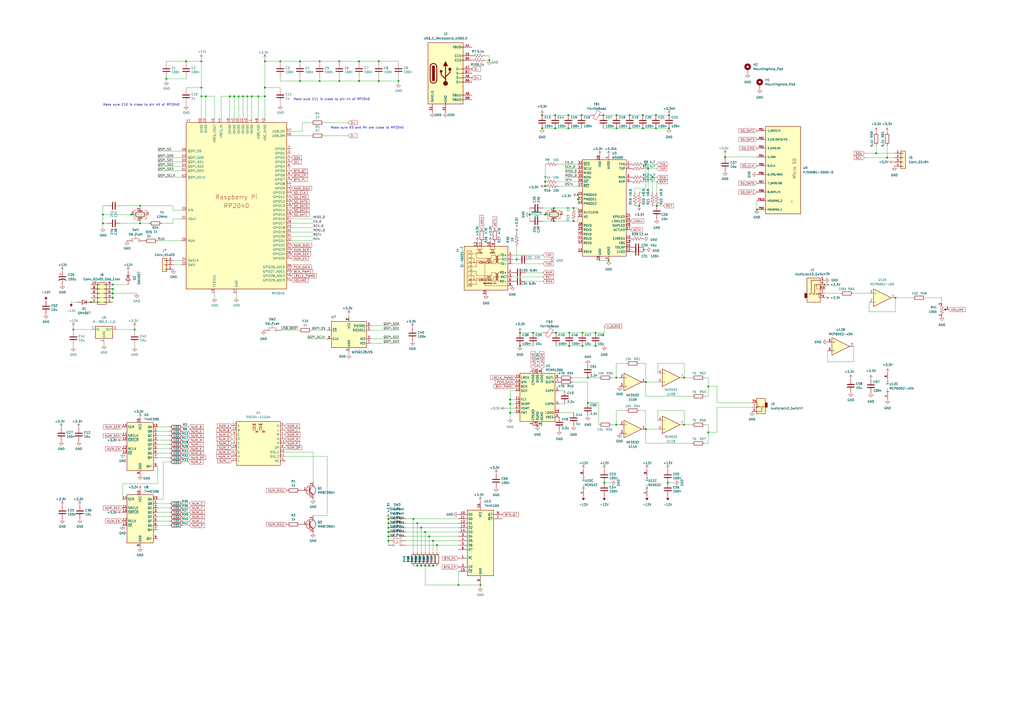
<source format=kicad_sch>
(kicad_sch (version 20230121) (generator eeschema)
  (paper "A2")
  (junction (at 353.06 151.13))
  (junction (at 373.38 144.78))
  (junction (at 508.254 88.9))
  (junction (at 329.692 66.802))
  (junction (at 52.705 175.26))
  (junction (at 219.71 46.99))
  (junction (at 225.298 303.53))
  (junction (at 149.86 55.88))
  (junction (at 248.92 328.168))
  (junction (at 78.105 191.135))
  (junction (at 396.875 219.075))
  (junction (at 301.625 193.04))
  (junction (at 65.405 170.18))
  (junction (at 135.89 55.88))
  (junction (at 357.505 219.075))
  (junction (at 278.638 339.344))
  (junction (at 146.05 55.88))
  (junction (at 248.92 311.15))
  (junction (at 265.938 339.344))
  (junction (at 316.23 105.41))
  (junction (at 246.634 308.61))
  (junction (at 380.492 66.802))
  (junction (at 244.348 328.168))
  (junction (at 225.298 300.99))
  (junction (at 231.14 46.99))
  (junction (at 350.52 280.035))
  (junction (at 253.492 316.23))
  (junction (at 337.82 193.04))
  (junction (at 59.69 124.46))
  (junction (at 153.67 55.88))
  (junction (at 388.112 66.802))
  (junction (at 330.2 200.66))
  (junction (at 410.845 250.825))
  (junction (at 345.44 193.04))
  (junction (at 374.65 248.92))
  (junction (at 321.31 120.65))
  (junction (at 242.062 303.53))
  (junction (at 370.84 119.38))
  (junction (at 357.632 66.802))
  (junction (at 375.92 97.79))
  (junction (at 96.52 45.72))
  (junction (at 138.43 55.88))
  (junction (at 116.84 35.56))
  (junction (at 251.206 313.69))
  (junction (at 332.74 120.65))
  (junction (at 173.99 46.99))
  (junction (at 295.91 234.315))
  (junction (at 251.206 328.168))
  (junction (at 295.91 239.395))
  (junction (at 330.2 193.04))
  (junction (at 322.58 193.04))
  (junction (at 314.452 74.422))
  (junction (at 65.405 172.72))
  (junction (at 365.252 74.422))
  (junction (at 59.69 129.54))
  (junction (at 246.634 328.168))
  (junction (at 153.67 50.8))
  (junction (at 372.872 74.422))
  (junction (at 225.298 306.07))
  (junction (at 42.545 191.135))
  (junction (at 153.67 35.56))
  (junction (at 439.039 121.539))
  (junction (at 340.995 219.075))
  (junction (at 410.845 224.155))
  (junction (at 185.42 35.56))
  (junction (at 350.012 66.802))
  (junction (at 378.46 102.87))
  (junction (at 388.112 74.422))
  (junction (at 208.28 35.56))
  (junction (at 340.995 233.68))
  (junction (at 372.872 66.802))
  (junction (at 244.348 306.07))
  (junction (at 143.51 55.88))
  (junction (at 420.624 91.059))
  (junction (at 514.604 91.44))
  (junction (at 329.692 74.422))
  (junction (at 225.298 313.69))
  (junction (at 365.252 66.802))
  (junction (at 65.405 165.1))
  (junction (at 374.65 221.615))
  (junction (at 116.84 50.8))
  (junction (at 162.56 35.56))
  (junction (at 65.405 167.64))
  (junction (at 322.072 74.422))
  (junction (at 219.71 35.56))
  (junction (at 116.84 55.88))
  (junction (at 357.505 246.38))
  (junction (at 107.95 35.56))
  (junction (at 283.845 34.925))
  (junction (at 314.452 66.802))
  (junction (at 396.875 246.38))
  (junction (at 242.062 328.168))
  (junction (at 311.785 247.015))
  (junction (at 140.97 55.88))
  (junction (at 357.632 74.422))
  (junction (at 332.74 128.27))
  (junction (at 119.38 55.88))
  (junction (at 225.298 308.61))
  (junction (at 208.28 46.99))
  (junction (at 316.23 124.46))
  (junction (at 380.492 74.422))
  (junction (at 185.42 46.99))
  (junction (at 335.28 115.57))
  (junction (at 309.245 193.04))
  (junction (at 196.85 35.56))
  (junction (at 335.28 113.03))
  (junction (at 173.99 35.56))
  (junction (at 133.35 55.88))
  (junction (at 519.43 172.72))
  (junction (at 307.34 124.46))
  (junction (at 76.2 124.46))
  (junction (at 225.298 311.15))
  (junction (at 374.65 95.25))
  (junction (at 81.28 119.38))
  (junction (at 295.91 231.775))
  (junction (at 81.28 129.54))
  (junction (at 321.31 128.27))
  (junction (at 337.312 66.802))
  (junction (at 381 119.38))
  (junction (at 345.44 200.66))
  (junction (at 337.82 200.66))
  (junction (at 387.35 280.035))
  (junction (at 316.23 107.95))
  (junction (at 478.282 165.1))
  (junction (at 299.72 150.495))
  (junction (at 196.85 46.99))
  (junction (at 239.776 300.99))
  (junction (at 301.625 200.66))
  (junction (at 322.072 66.802))
  (wire (pts (xy 307.34 128.27) (xy 307.34 124.46)))
  (wire (pts (xy 81.28 128.27) (xy 81.28 129.54)))
  (wire (pts (xy 381.635 243.84) (xy 381.635 238.125)))
  (wire (pts (xy 231.14 36.83) (xy 231.14 35.56)))
  (wire (pts (xy 96.52 36.83) (xy 96.52 35.56)))
  (wire (pts (xy 208.28 35.56) (xy 219.71 35.56)))
  (wire (pts (xy 59.69 119.38) (xy 59.69 124.46)))
  (wire (pts (xy 408.94 229.87) (xy 410.845 229.87)))
  (wire (pts (xy 185.42 35.56) (xy 196.85 35.56)))
  (wire (pts (xy 357.505 210.82) (xy 357.505 219.075)))
  (wire (pts (xy 504.19 175.26) (xy 504.19 180.848)))
  (wire (pts (xy 253.492 316.23) (xy 265.938 316.23)))
  (wire (pts (xy 363.22 238.125) (xy 357.505 238.125)))
  (wire (pts (xy 299.085 226.695) (xy 295.91 226.695)))
  (wire (pts (xy 91.44 292.1) (xy 98.425 292.1)))
  (wire (pts (xy 109.22 265.43) (xy 106.045 265.43)))
  (wire (pts (xy 368.3 119.38) (xy 370.84 119.38)))
  (wire (pts (xy 52.705 165.1) (xy 65.405 165.1)))
  (wire (pts (xy 309.245 247.015) (xy 311.785 247.015)))
  (wire (pts (xy 78.105 200.025) (xy 78.105 201.295)))
  (wire (pts (xy 219.71 44.45) (xy 219.71 46.99)))
  (wire (pts (xy 235.458 316.23) (xy 253.492 316.23)))
  (wire (pts (xy 316.23 105.41) (xy 316.23 107.95)))
  (wire (pts (xy 196.85 44.45) (xy 196.85 46.99)))
  (wire (pts (xy 91.44 280.67) (xy 71.12 280.67)))
  (wire (pts (xy 133.35 55.88) (xy 135.89 55.88)))
  (wire (pts (xy 322.58 200.66) (xy 330.2 200.66)))
  (wire (pts (xy 374.65 109.22) (xy 374.65 95.25)))
  (wire (pts (xy 91.44 265.43) (xy 98.425 265.43)))
  (wire (pts (xy 295.91 234.315) (xy 299.085 234.315)))
  (wire (pts (xy 91.44 260.35) (xy 98.425 260.35)))
  (wire (pts (xy 187.96 71.12) (xy 201.93 71.12)))
  (wire (pts (xy 357.505 246.38) (xy 354.965 246.38)))
  (wire (pts (xy 314.96 160.655) (xy 297.18 160.655)))
  (wire (pts (xy 91.44 257.81) (xy 98.425 257.81)))
  (wire (pts (xy 91.44 270.51) (xy 91.44 280.67)))
  (wire (pts (xy 295.91 234.315) (xy 295.91 239.395)))
  (wire (pts (xy 314.452 66.802) (xy 322.072 66.802)))
  (wire (pts (xy 295.91 231.775) (xy 295.91 234.315)))
  (wire (pts (xy 52.705 167.64) (xy 65.405 167.64)))
  (wire (pts (xy 246.634 339.344) (xy 246.634 328.168)))
  (wire (pts (xy 93.98 129.54) (xy 100.33 129.54)))
  (wire (pts (xy 321.31 120.65) (xy 314.96 120.65)))
  (wire (pts (xy 410.845 229.87) (xy 410.845 224.155)))
  (wire (pts (xy 109.22 247.65) (xy 106.045 247.65)))
  (wire (pts (xy 196.85 46.99) (xy 185.42 46.99)))
  (wire (pts (xy 301.625 200.66) (xy 309.245 200.66)))
  (wire (pts (xy 162.56 36.83) (xy 162.56 35.56)))
  (wire (pts (xy 495.046 170.18) (xy 504.19 170.18)))
  (wire (pts (xy 153.67 34.29) (xy 153.67 35.56)))
  (wire (pts (xy 219.71 46.99) (xy 208.28 46.99)))
  (wire (pts (xy 350.012 74.422) (xy 357.632 74.422)))
  (wire (pts (xy 173.99 46.99) (xy 162.56 46.99)))
  (wire (pts (xy 100.33 121.92) (xy 105.41 121.92)))
  (wire (pts (xy 335.28 115.57) (xy 335.28 118.11)))
  (wire (pts (xy 381.635 210.82) (xy 396.875 210.82)))
  (wire (pts (xy 168.91 78.74) (xy 180.34 78.74)))
  (wire (pts (xy 215.138 199.136) (xy 231.648 199.136)))
  (wire (pts (xy 301.625 193.04) (xy 309.245 193.04)))
  (wire (pts (xy 295.91 239.395) (xy 295.91 242.57)))
  (wire (pts (xy 59.69 124.46) (xy 59.69 129.54)))
  (wire (pts (xy 153.67 50.8) (xy 153.67 55.88)))
  (wire (pts (xy 119.38 68.58) (xy 119.38 55.88)))
  (wire (pts (xy 415.925 236.22) (xy 415.925 250.825)))
  (wire (pts (xy 219.71 36.83) (xy 219.71 35.56)))
  (wire (pts (xy 327.66 102.87) (xy 335.28 102.87)))
  (wire (pts (xy 340.995 233.68) (xy 347.345 233.68)))
  (wire (pts (xy 396.875 246.38) (xy 401.32 246.38)))
  (wire (pts (xy 42.545 192.405) (xy 42.545 191.135)))
  (wire (pts (xy 374.65 210.82) (xy 374.65 221.615)))
  (wire (pts (xy 299.085 231.775) (xy 295.91 231.775)))
  (wire (pts (xy 239.776 300.99) (xy 265.938 300.99)))
  (wire (pts (xy 181.61 299.085) (xy 189.865 299.085)))
  (wire (pts (xy 410.845 224.155) (xy 410.845 219.075)))
  (wire (pts (xy 60.325 198.755) (xy 60.325 200.025)))
  (wire (pts (xy 208.28 36.83) (xy 208.28 35.56)))
  (wire (pts (xy 322.072 74.422) (xy 329.692 74.422)))
  (wire (pts (xy 137.16 170.18) (xy 137.16 172.72)))
  (wire (pts (xy 208.28 46.99) (xy 196.85 46.99)))
  (wire (pts (xy 162.56 52.07) (xy 162.56 50.8)))
  (wire (pts (xy 410.845 219.075) (xy 408.94 219.075)))
  (wire (pts (xy 514.604 91.44) (xy 518.795 91.44)))
  (wire (pts (xy 314.96 153.035) (xy 297.18 153.035)))
  (wire (pts (xy 408.94 257.175) (xy 410.845 257.175)))
  (wire (pts (xy 410.845 246.38) (xy 408.94 246.38)))
  (wire (pts (xy 175.26 71.12) (xy 180.34 71.12)))
  (wire (pts (xy 246.634 308.61) (xy 246.634 320.548)))
  (wire (pts (xy 340.995 221.615) (xy 340.995 233.68)))
  (wire (pts (xy 508.254 88.9) (xy 518.795 88.9)))
  (wire (pts (xy 96.52 45.72) (xy 96.52 46.99)))
  (wire (pts (xy 225.298 300.99) (xy 225.298 303.53)))
  (wire (pts (xy 420.624 89.789) (xy 420.624 91.059)))
  (wire (pts (xy 105.41 139.7) (xy 91.44 139.7)))
  (wire (pts (xy 185.42 36.83) (xy 185.42 35.56)))
  (wire (pts (xy 295.91 226.695) (xy 295.91 231.775)))
  (wire (pts (xy 149.86 68.58) (xy 149.86 55.88)))
  (wire (pts (xy 436.245 233.68) (xy 415.925 233.68)))
  (wire (pts (xy 244.348 306.07) (xy 265.938 306.07)))
  (wire (pts (xy 100.584 151.13) (xy 105.41 151.13)))
  (wire (pts (xy 359.41 246.38) (xy 357.505 246.38)))
  (wire (pts (xy 410.845 257.175) (xy 410.845 250.825)))
  (wire (pts (xy 357.632 74.422) (xy 365.252 74.422)))
  (wire (pts (xy 501.396 88.9) (xy 508.254 88.9)))
  (wire (pts (xy 196.85 35.56) (xy 208.28 35.56)))
  (wire (pts (xy 335.28 123.19) (xy 335.28 120.65)))
  (wire (pts (xy 202.438 204.216) (xy 202.438 205.486)))
  (wire (pts (xy 208.28 44.45) (xy 208.28 46.99)))
  (wire (pts (xy 181.61 134.62) (xy 168.91 134.62)))
  (wire (pts (xy 91.44 252.73) (xy 98.425 252.73)))
  (wire (pts (xy 380.492 66.802) (xy 372.872 66.802)))
  (wire (pts (xy 181.61 132.08) (xy 168.91 132.08)))
  (wire (pts (xy 370.84 111.76) (xy 375.92 111.76)))
  (wire (pts (xy 487.426 170.18) (xy 478.282 170.18)))
  (wire (pts (xy 342.392 66.802) (xy 337.312 66.802)))
  (wire (pts (xy 235.458 300.99) (xy 239.776 300.99)))
  (wire (pts (xy 91.44 302.26) (xy 98.425 302.26)))
  (wire (pts (xy 109.855 299.72) (xy 106.045 299.72)))
  (wire (pts (xy 345.44 200.66) (xy 350.52 200.66)))
  (wire (pts (xy 146.05 55.88) (xy 149.86 55.88)))
  (wire (pts (xy 327.66 234.315) (xy 324.485 234.315)))
  (wire (pts (xy 246.634 328.168) (xy 248.92 328.168)))
  (wire (pts (xy 181.61 129.54) (xy 168.91 129.54)))
  (wire (pts (xy 105.41 87.63) (xy 91.44 87.63)))
  (wire (pts (xy 363.22 210.82) (xy 357.505 210.82)))
  (wire (pts (xy 185.42 44.45) (xy 185.42 46.99)))
  (wire (pts (xy 62.23 119.38) (xy 59.69 119.38)))
  (wire (pts (xy 321.31 128.27) (xy 314.96 128.27)))
  (wire (pts (xy 42.545 189.865) (xy 42.545 191.135)))
  (wire (pts (xy 374.65 221.615) (xy 381.635 221.615)))
  (wire (pts (xy 388.112 66.802) (xy 380.492 66.802)))
  (wire (pts (xy 340.995 219.075) (xy 347.345 219.075)))
  (wire (pts (xy 124.46 55.88) (xy 119.38 55.88)))
  (wire (pts (xy 91.44 247.65) (xy 98.425 247.65)))
  (wire (pts (xy 173.99 35.56) (xy 185.42 35.56)))
  (wire (pts (xy 332.105 221.615) (xy 340.995 221.615)))
  (wire (pts (xy 116.84 55.88) (xy 116.84 68.58)))
  (wire (pts (xy 94.615 267.97) (xy 98.425 267.97)))
  (wire (pts (xy 415.925 233.68) (xy 415.925 224.155)))
  (wire (pts (xy 381 102.87) (xy 378.46 102.87)))
  (wire (pts (xy 67.945 191.135) (xy 78.105 191.135)))
  (wire (pts (xy 65.405 167.64) (xy 65.405 170.18)))
  (wire (pts (xy 307.34 124.46) (xy 307.34 120.65)))
  (wire (pts (xy 107.95 59.69) (xy 107.95 60.96)))
  (wire (pts (xy 100.33 121.92) (xy 100.33 119.38)))
  (wire (pts (xy 231.14 46.99) (xy 231.14 48.26)))
  (wire (pts (xy 281.305 34.925) (xy 283.845 34.925)))
  (wire (pts (xy 311.785 247.015) (xy 314.325 247.015)))
  (wire (pts (xy 373.38 105.41) (xy 381 105.41)))
  (wire (pts (xy 96.52 45.72) (xy 107.95 45.72)))
  (wire (pts (xy 173.99 44.45) (xy 173.99 46.99)))
  (wire (pts (xy 314.96 163.195) (xy 304.8 163.195)))
  (wire (pts (xy 109.22 250.19) (xy 106.045 250.19)))
  (wire (pts (xy 181.61 262.255) (xy 165.1 262.255)))
  (wire (pts (xy 374.65 257.175) (xy 401.32 257.175)))
  (wire (pts (xy 244.348 306.07) (xy 244.348 320.548)))
  (wire (pts (xy 495.3 209.804) (xy 495.3 200.914)))
  (wire (pts (xy 41.275 175.26) (xy 45.085 175.26)))
  (wire (pts (xy 119.38 55.88) (xy 116.84 55.88)))
  (wire (pts (xy 91.44 304.8) (xy 98.425 304.8)))
  (wire (pts (xy 153.67 35.56) (xy 162.56 35.56)))
  (wire (pts (xy 140.97 55.88) (xy 143.51 55.88)))
  (wire (pts (xy 109.22 262.89) (xy 106.045 262.89)))
  (wire (pts (xy 436.245 236.22) (xy 415.925 236.22)))
  (wire (pts (xy 81.28 129.54) (xy 86.36 129.54)))
  (wire (pts (xy 248.92 328.168) (xy 251.206 328.168)))
  (wire (pts (xy 109.22 257.81) (xy 106.045 257.81)))
  (wire (pts (xy 318.77 150.495) (xy 307.34 150.495)))
  (wire (pts (xy 163.068 191.516) (xy 173.228 191.516)))
  (wire (pts (xy 215.138 188.976) (xy 231.648 188.976)))
  (wire (pts (xy 235.458 303.53) (xy 242.062 303.53)))
  (wire (pts (xy 69.85 119.38) (xy 81.28 119.38)))
  (wire (pts (xy 91.44 299.72) (xy 98.425 299.72)))
  (wire (pts (xy 107.95 36.83) (xy 107.95 35.56)))
  (wire (pts (xy 368.3 111.76) (xy 368.3 109.22)))
  (wire (pts (xy 180.848 191.516) (xy 189.738 191.516)))
  (wire (pts (xy 314.96 158.115) (xy 304.8 158.115)))
  (wire (pts (xy 381 97.79) (xy 375.92 97.79)))
  (wire (pts (xy 185.42 46.99) (xy 173.99 46.99)))
  (wire (pts (xy 375.92 97.79) (xy 373.38 97.79)))
  (wire (pts (xy 370.84 210.82) (xy 374.65 210.82)))
  (wire (pts (xy 153.67 55.88) (xy 153.67 68.58)))
  (wire (pts (xy 59.69 124.46) (xy 76.2 124.46)))
  (wire (pts (xy 365.252 74.422) (xy 372.872 74.422)))
  (wire (pts (xy 420.624 91.059) (xy 439.039 91.059)))
  (wire (pts (xy 314.96 147.955) (xy 297.18 147.955)))
  (wire (pts (xy 143.51 55.88) (xy 146.05 55.88)))
  (wire (pts (xy 381 95.25) (xy 374.65 95.25)))
  (wire (pts (xy 316.23 124.46) (xy 307.34 124.46)))
  (wire (pts (xy 225.298 303.53) (xy 225.298 306.07)))
  (wire (pts (xy 321.31 120.65) (xy 332.74 120.65)))
  (wire (pts (xy 91.44 93.98) (xy 105.41 93.98)))
  (wire (pts (xy 323.85 107.95) (xy 335.28 107.95)))
  (wire (pts (xy 109.855 304.8) (xy 106.045 304.8)))
  (wire (pts (xy 173.99 36.83) (xy 173.99 35.56)))
  (wire (pts (xy 332.105 219.075) (xy 340.995 219.075)))
  (wire (pts (xy 135.89 68.58) (xy 135.89 55.88)))
  (wire (pts (xy 378.46 102.87) (xy 378.46 111.76)))
  (wire (pts (xy 140.97 68.58) (xy 140.97 55.88)))
  (wire (pts (xy 116.84 34.29) (xy 116.84 35.56)))
  (wire (pts (xy 81.28 120.65) (xy 81.28 119.38)))
  (wire (pts (xy 138.43 68.58) (xy 138.43 55.88)))
  (wire (pts (xy 381 119.38) (xy 384.81 119.38)))
  (wire (pts (xy 374.65 248.92) (xy 381.635 248.92)))
  (wire (pts (xy 374.65 95.25) (xy 373.38 95.25)))
  (wire (pts (xy 239.776 300.99) (xy 239.776 320.548)))
  (wire (pts (xy 478.282 165.1) (xy 478.282 167.64)))
  (wire (pts (xy 109.22 267.97) (xy 106.045 267.97)))
  (wire (pts (xy 107.95 35.56) (xy 116.84 35.56)))
  (wire (pts (xy 96.52 44.45) (xy 96.52 45.72)))
  (wire (pts (xy 519.43 172.72) (xy 529.336 172.72)))
  (wire (pts (xy 373.38 102.87) (xy 378.46 102.87)))
  (wire (pts (xy 242.062 303.53) (xy 242.062 320.548)))
  (wire (pts (xy 273.685 45.085) (xy 273.685 47.625)))
  (wire (pts (xy 519.43 180.848) (xy 519.43 172.72)))
  (wire (pts (xy 91.44 255.27) (xy 98.425 255.27)))
  (wire (pts (xy 149.86 55.88) (xy 153.67 55.88)))
  (wire (pts (xy 350.52 189.23) (xy 350.52 193.04)))
  (wire (pts (xy 251.206 328.168) (xy 253.492 328.168)))
  (wire (pts (xy 330.2 200.66) (xy 337.82 200.66)))
  (wire (pts (xy 396.875 238.125) (xy 396.875 246.38)))
  (wire (pts (xy 391.16 280.035) (xy 387.35 280.035)))
  (wire (pts (xy 52.705 170.18) (xy 65.405 170.18)))
  (wire (pts (xy 215.138 196.596) (xy 231.648 196.596)))
  (wire (pts (xy 321.31 128.27) (xy 332.74 128.27)))
  (wire (pts (xy 324.485 239.395) (xy 332.74 239.395)))
  (wire (pts (xy 329.692 66.802) (xy 337.312 66.802)))
  (wire (pts (xy 253.492 316.23) (xy 253.492 320.548)))
  (wire (pts (xy 225.298 311.15) (xy 225.298 313.69)))
  (wire (pts (xy 153.67 35.56) (xy 153.67 50.8)))
  (wire (pts (xy 162.56 59.69) (xy 162.56 60.96)))
  (wire (pts (xy 381.635 238.125) (xy 396.875 238.125)))
  (wire (pts (xy 246.634 308.61) (xy 265.938 308.61)))
  (wire (pts (xy 175.26 71.12) (xy 175.26 76.2)))
  (wire (pts (xy 373.38 143.51) (xy 373.38 144.78)))
  (wire (pts (xy 133.35 68.58) (xy 133.35 55.88)))
  (wire (pts (xy 219.71 46.99) (xy 231.14 46.99)))
  (wire (pts (xy 242.062 328.168) (xy 244.348 328.168)))
  (wire (pts (xy 381 105.41) (xy 381 111.76)))
  (wire (pts (xy 480.06 203.454) (xy 480.06 209.804)))
  (wire (pts (xy 100.33 127) (xy 100.33 129.54)))
  (wire (pts (xy 299.72 142.875) (xy 299.72 150.495)))
  (wire (pts (xy 309.245 193.04) (xy 314.96 193.04)))
  (wire (pts (xy 508.254 84.328) (xy 508.254 88.9)))
  (wire (pts (xy 374.65 238.125) (xy 374.65 248.92)))
  (wire (pts (xy 59.69 129.54) (xy 59.69 132.08)))
  (wire (pts (xy 335.28 125.73) (xy 335.28 128.27)))
  (wire (pts (xy 109.855 294.64) (xy 106.045 294.64)))
  (wire (pts (xy 283.845 32.385) (xy 281.305 32.385)))
  (wire (pts (xy 420.624 91.059) (xy 420.624 91.694)))
  (wire (pts (xy 327.66 226.695) (xy 324.485 226.695)))
  (wire (pts (xy 347.98 151.13) (xy 353.06 151.13)))
  (wire (pts (xy 189.865 264.795) (xy 165.1 264.795)))
  (wire (pts (xy 128.27 68.58) (xy 128.27 55.88)))
  (wire (pts (xy 196.85 36.83) (xy 196.85 35.56)))
  (wire (pts (xy 372.872 74.422) (xy 380.492 74.422)))
  (wire (pts (xy 368.3 109.22) (xy 374.65 109.22)))
  (wire (pts (xy 202.438 182.626) (xy 202.438 183.896)))
  (wire (pts (xy 373.38 144.78) (xy 373.38 146.05)))
  (wire (pts (xy 105.41 127) (xy 100.33 127)))
  (wire (pts (xy 78.105 192.405) (xy 78.105 191.135)))
  (wire (pts (xy 100.584 153.67) (xy 105.41 153.67)))
  (wire (pts (xy 65.405 170.18) (xy 65.405 172.72)))
  (wire (pts (xy 248.92 311.15) (xy 265.938 311.15)))
  (wire (pts (xy 124.46 68.58) (xy 124.46 55.88)))
  (wire (pts (xy 322.072 66.802) (xy 329.692 66.802)))
  (wire (pts (xy 91.44 91.44) (xy 105.41 91.44)))
  (wire (pts (xy 314.452 74.422) (xy 322.072 74.422)))
  (wire (pts (xy 345.44 193.04) (xy 350.52 193.04)))
  (wire (pts (xy 278.638 340.614) (xy 278.638 339.344)))
  (wire (pts (xy 235.458 308.61) (xy 246.634 308.61)))
  (wire (pts (xy 187.96 78.74) (xy 201.93 78.74)))
  (wire (pts (xy 91.44 297.18) (xy 98.425 297.18)))
  (wire (pts (xy 514.604 84.328) (xy 514.604 91.44)))
  (wire (pts (xy 52.705 172.72) (xy 65.405 172.72)))
  (wire (pts (xy 357.505 219.075) (xy 354.965 219.075)))
  (wire (pts (xy 327.66 97.79) (xy 335.28 97.79)))
  (wire (pts (xy 78.105 191.135) (xy 78.105 189.865)))
  (wire (pts (xy 76.2 124.46) (xy 86.36 124.46)))
  (wire (pts (xy 536.956 172.72) (xy 546.354 172.72)))
  (wire (pts (xy 162.56 44.45) (xy 162.56 46.99)))
  (wire (pts (xy 357.632 66.802) (xy 350.012 66.802)))
  (wire (pts (xy 225.298 306.07) (xy 225.298 308.61)))
  (wire (pts (xy 251.206 313.69) (xy 265.938 313.69)))
  (wire (pts (xy 65.405 165.1) (xy 74.295 165.1)))
  (wire (pts (xy 283.845 32.385) (xy 283.845 34.925)))
  (wire (pts (xy 415.925 224.155) (xy 410.845 224.155)))
  (wire (pts (xy 146.05 55.88) (xy 146.05 68.58)))
  (wire (pts (xy 219.71 35.56) (xy 231.14 35.56)))
  (wire (pts (xy 374.65 248.92) (xy 374.65 257.175)))
  (wire (pts (xy 332.74 120.65) (xy 335.28 120.65)))
  (wire (pts (xy 396.875 210.82) (xy 396.875 219.075)))
  (wire (pts (xy 81.28 119.38) (xy 100.33 119.38)))
  (wire (pts (xy 501.396 91.44) (xy 514.604 91.44)))
  (wire (pts (xy 295.91 239.395) (xy 299.085 239.395)))
  (wire (pts (xy 107.95 52.07) (xy 107.95 50.8)))
  (wire (pts (xy 265.938 339.344) (xy 246.634 339.344)))
  (wire (pts (xy 504.19 180.848) (xy 519.43 180.848)))
  (wire (pts (xy 251.206 313.69) (xy 251.206 320.548)))
  (wire (pts (xy 375.92 111.76) (xy 375.92 97.79)))
  (wire (pts (xy 439.039 116.459) (xy 439.039 121.539)))
  (wire (pts (xy 347.345 233.68) (xy 347.345 246.38)))
  (wire (pts (xy 332.74 128.27) (xy 335.28 128.27)))
  (wire (pts (xy 96.52 35.56) (xy 107.95 35.56)))
  (wire (pts (xy 91.44 99.06) (xy 105.41 99.06)))
  (wire (pts (xy 231.14 44.45) (xy 231.14 46.99)))
  (wire (pts (xy 168.91 76.2) (xy 175.26 76.2)))
  (wire (pts (xy 116.84 50.8) (xy 116.84 55.88)))
  (wire (pts (xy 330.2 193.04) (xy 322.58 193.04)))
  (wire (pts (xy 330.2 193.04) (xy 337.82 193.04)))
  (wire (pts (xy 235.458 306.07) (xy 244.348 306.07)))
  (wire (pts (xy 374.65 221.615) (xy 374.65 229.87)))
  (wire (pts (xy 105.41 102.87) (xy 91.44 102.87)))
  (wire (pts (xy 71.12 280.67) (xy 71.12 289.56)))
  (wire (pts (xy 181.61 279.4) (xy 181.61 262.255)))
  (wire (pts (xy 415.925 250.825) (xy 410.845 250.825)))
  (wire (pts (xy 359.41 219.075) (xy 357.505 219.075)))
  (wire (pts (xy 109.855 297.18) (xy 106.045 297.18)))
  (wire (pts (xy 374.65 229.87) (xy 401.32 229.87)))
  (wire (pts (xy 357.505 238.125) (xy 357.505 246.38)))
  (wire (pts (xy 91.44 289.56) (xy 94.615 289.56)))
  (wire (pts (xy 109.855 302.26) (xy 106.045 302.26)))
  (wire (pts (xy 248.92 311.15) (xy 248.92 320.548)))
  (wire (pts (xy 239.776 328.168) (xy 242.062 328.168)))
  (wire (pts (xy 189.865 299.085) (xy 189.865 264.795)))
  (wire (pts (xy 91.44 294.64) (xy 98.425 294.64)))
  (wire (pts (xy 109.22 255.27) (xy 106.045 255.27)))
  (wire (pts (xy 546.354 172.72) (xy 546.354 175.768)))
  (wire (pts (xy 124.46 170.18) (xy 124.46 172.72)))
  (wire (pts (xy 181.356 139.7) (xy 168.91 139.7)))
  (wire (pts (xy 242.062 303.53) (xy 265.938 303.53)))
  (wire (pts (xy 143.51 68.58) (xy 143.51 55.88)))
  (wire (pts (xy 326.39 124.46) (xy 316.23 124.46)))
  (wire (pts (xy 162.56 35.56) (xy 173.99 35.56)))
  (wire (pts (xy 354.33 280.035) (xy 350.52 280.035)))
  (wire (pts (xy 178.308 196.596) (xy 189.738 196.596)))
  (wire (pts (xy 62.23 129.54) (xy 59.69 129.54)))
  (wire (pts (xy 244.348 328.168) (xy 246.634 328.168)))
  (wire (pts (xy 65.405 170.18) (xy 79.375 170.18)))
  (wire (pts (xy 91.44 262.89) (xy 98.425 262.89)))
  (wire (pts (xy 109.22 252.73) (xy 106.045 252.73)))
  (wire (pts (xy 235.458 313.69) (xy 251.206 313.69)))
  (wire (pts (xy 380.492 74.422) (xy 388.112 74.422)))
  (wire (pts (xy 109.855 292.1) (xy 106.045 292.1)))
  (wire (pts (xy 370.84 238.125) (xy 374.65 238.125)))
  (wire (pts (xy 225.298 313.69) (xy 225.298 316.23)))
  (wire (pts (xy 107.95 45.72) (xy 107.95 44.45)))
  (wire (pts (xy 373.38 144.78) (xy 374.65 144.78)))
  (wire (pts (xy 378.46 119.38) (xy 381 119.38)))
  (wire (pts (xy 153.67 50.8) (xy 162.56 50.8)))
  (wire (pts (xy 365.252 66.802) (xy 357.632 66.802)))
  (wire (pts (xy 337.82 200.66) (xy 345.44 200.66)))
  (wire (pts (xy 94.615 289.56) (xy 94.615 267.97)))
  (wire (pts (xy 225.298 308.61) (xy 225.298 311.15)))
  (wire (pts (xy 138.43 55.88) (xy 140.97 55.88)))
  (wire (pts (xy 69.85 129.54) (xy 81.28 129.54)))
  (wire (pts (xy 329.692 74.422) (xy 337.312 74.422)))
  (wire (pts (xy 278.638 339.344) (xy 278.638 339.09)))
  (wire (pts (xy 316.23 95.25) (xy 316.23 105.41)))
  (wire (pts (xy 323.85 105.41) (xy 335.28 105.41)))
  (wire (pts (xy 42.545 200.025) (xy 42.545 201.295)))
  (wire (pts (xy 381.635 216.535) (xy 381.635 210.82)))
  (wire (pts (xy 299.72 150.495) (xy 297.18 150.495)))
  (wire (pts (xy 128.27 55.88) (xy 133.35 55.88)))
  (wire (pts (xy 327.66 100.33) (xy 335.28 100.33)))
  (wire (pts (xy 181.61 127) (xy 168.91 127)))
  (wire (pts (xy 215.138 191.516) (xy 231.648 191.516)))
  (wire (pts (xy 480.06 209.804) (xy 495.3 209.804)))
  (wire (pts (xy 265.938 331.47) (xy 265.938 339.344)))
  (wire (pts (xy 273.685 40.005) (xy 273.685 42.545)))
  (wire (pts (xy 109.22 260.35) (xy 106.045 260.35)))
  (wire (pts (xy 116.84 35.56) (xy 116.84 50.8)))
  (wire (pts (xy 345.44 193.04) (xy 337.82 193.04)))
  (wire (pts (xy 91.44 250.19) (xy 98.425 250.19)))
  (wire (pts (xy 396.875 219.075) (xy 401.32 219.075)))
  (wire (pts (xy 52.705 191.135) (xy 42.545 191.135)))
  (wire (pts (xy 91.44 96.52) (xy 105.41 96.52)))
  (wire (pts (xy 293.37 236.855) (xy 299.085 236.855)))
  (wire (pts (xy 135.89 55.88) (xy 138.43 55.88)))
  (wire (pts (xy 335.28 113.03) (xy 335.28 115.57)))
  (wire (pts (xy 410.845 250.825) (xy 410.845 246.38)))
  (wire (pts (xy 107.95 50.8) (xy 116.84 50.8)))
  (wire (pts (xy 265.938 339.344) (xy 278.638 339.344)))
  (wire (pts (xy 372.872 66.802) (xy 365.252 66.802)))
  (wire (pts (xy 235.458 311.15) (xy 248.92 311.15)))
  (wire (pts (xy 52.705 175.26) (xy 65.405 175.26)))
  (wire (pts (xy 181.61 137.16) (xy 168.91 137.16)))
  (wire (pts (xy 323.85 95.25) (xy 335.28 95.25)))
  (text "Make sure R3 and R4 are close to RP2040" (at 191.77 74.93 0) (effects (font (size 1.27 1.27)) (justify left bottom)))
  (text "Make sure C10 is close to pin 45 of RP2040" (at 59.69 61.595 0) (effects (font (size 1.27 1.27)) (justify left bottom)))
  (text "Make sure C11 is close to pin 44 of RP2040" (at 170.18 58.42 0) (effects (font (size 1.27 1.27)) (justify left bottom)))
  (label "MISO_0" (at 327.66 100.33 0))
  (label "~{USB_BOOT}" (at 163.068 191.516 0))
  (label "SCK_0" (at 327.66 97.79 0))
  (label "QSPI_SD3" (at 91.44 99.06 0))
  (label "QSPI_SD1" (at 231.648 191.516 180))
  (label "MOSI_0" (at 181.61 134.62 0))
  (label "QSPI_SD3" (at 231.648 199.136 180))
  (label "QSPI_SD1" (at 91.44 93.98 0))
  (label "CS_0" (at 327.66 95.25 0))
  (label "QSPI_SD0" (at 91.44 91.44 0))
  (label "QSPI_SS" (at 180.848 191.516 0))
  (label "INTn" (at 327.66 105.41 0))
  (label "CS_0" (at 181.61 129.54 0))
  (label "QSPI_SD2" (at 91.44 96.52 0))
  (label "RSTn" (at 327.66 107.95 0))
  (label "QSPI_SCLK" (at 91.44 102.87 0))
  (label "MISO_0" (at 181.61 127 0))
  (label "RSTn" (at 181.61 137.16 0))
  (label "INTn" (at 181.356 139.7 0))
  (label "QSPI_SD2" (at 231.648 196.596 180))
  (label "QSPI_SCLK" (at 178.308 196.596 0))
  (label "QSPI_SS" (at 91.44 87.63 0))
  (label "SCK_0" (at 181.61 132.08 0))
  (label "RUN" (at 91.44 139.7 0))
  (label "QSPI_SD0" (at 231.648 188.976 180))
  (label "MOSI_0" (at 327.66 102.87 0))
  (global_label "NUM_H" (shape input) (at 134.62 264.795 180) (property "Intersheetrefs" "${INTERSHEET_REFS}" (effects hide)))
  (global_label "NUM_D" (shape input) (at 109.22 262.89 0) (property "Intersheetrefs" "${INTERSHEET_REFS}" (effects hide)))
  (global_label "NUM_E" (shape input) (at 109.22 250.19 0) (property "Intersheetrefs" "${INTERSHEET_REFS}" (effects hide)))
  (global_label "NUM_DIG2" (shape input) (at 168.91 109.22 0) (property "Intersheetrefs" "${INTERSHEET_REFS}" (effects hide)))
  (global_label "NUM_DIG1" (shape input) (at 168.91 142.24 0) (property "Intersheetrefs" "${INTERSHEET_REFS}" (effects hide)))
  (global_label "NUM_K" (shape input) (at 165.1 247.015 0) (property "Intersheetrefs" "${INTERSHEET_REFS}" (effects hide)))
  (global_label "RXP" (shape input) (at 314.96 158.115 0) (property "Intersheetrefs" "${INTERSHEET_REFS}" (effects hide)))
  (global_label "VOLUME" (shape input) (at 168.91 162.56 0) (property "Intersheetrefs" "${INTERSHEET_REFS}" (effects hide)))
  (global_label "BTN_PL" (shape input) (at 168.91 104.14 0) (property "Intersheetrefs" "${INTERSHEET_REFS}" (effects hide)))
  (global_label "NUM_EN" (shape input) (at 71.12 260.35 180) (property "Intersheetrefs" "${INTERSHEET_REFS}" (effects hide)))
  (global_label "V_AUDIO" (shape input) (at 314.325 213.995 90) (property "Intersheetrefs" "${INTERSHEET_REFS}" (effects hide)))
  (global_label "NUM_K" (shape input) (at 109.22 260.35 0) (property "Intersheetrefs" "${INTERSHEET_REFS}" (effects hide)))
  (global_label "ACTn" (shape input) (at 365.76 133.35 0) (property "Intersheetrefs" "${INTERSHEET_REFS}" (effects hide)))
  (global_label "NUM_J" (shape input) (at 134.62 267.335 180) (property "Intersheetrefs" "${INTERSHEET_REFS}" (effects hide)))
  (global_label "BTN_Q7" (shape input) (at 291.338 298.45 0) (property "Intersheetrefs" "${INTERSHEET_REFS}" (effects hide)))
  (global_label "NUM_P" (shape input) (at 109.855 304.8 0) (property "Intersheetrefs" "${INTERSHEET_REFS}" (effects hide)))
  (global_label "SD_DAT1" (shape input) (at 439.039 111.379 180) (property "Intersheetrefs" "${INTERSHEET_REFS}" (effects hide)))
  (global_label "RXN" (shape input) (at 381 102.87 0) (property "Intersheetrefs" "${INTERSHEET_REFS}" (effects hide)))
  (global_label "SD_CMD" (shape input) (at 168.91 114.3 0) (property "Intersheetrefs" "${INTERSHEET_REFS}" (effects hide)))
  (global_label "RCT" (shape input) (at 314.96 160.655 0) (property "Intersheetrefs" "${INTERSHEET_REFS}" (effects hide)))
  (global_label "SDA" (shape input) (at 501.396 88.9 180) (property "Intersheetrefs" "${INTERSHEET_REFS}" (effects hide)))
  (global_label "NUM_N" (shape input) (at 109.22 252.73 0) (property "Intersheetrefs" "${INTERSHEET_REFS}" (effects hide)))
  (global_label "LINKn" (shape input) (at 279.4 132.715 90) (property "Intersheetrefs" "${INTERSHEET_REFS}" (effects hide)))
  (global_label "SD_CLK" (shape input) (at 168.91 111.76 0) (property "Intersheetrefs" "${INTERSHEET_REFS}" (effects hide)))
  (global_label "NUM_DIG1" (shape input) (at 166.37 284.48 180) (property "Intersheetrefs" "${INTERSHEET_REFS}" (effects hide)))
  (global_label "LINKn" (shape input) (at 365.76 128.27 0) (property "Intersheetrefs" "${INTERSHEET_REFS}" (effects hide)))
  (global_label "SD_DAT1" (shape input) (at 168.91 124.46 0) (property "Intersheetrefs" "${INTERSHEET_REFS}" (effects hide)))
  (global_label "RXP" (shape input) (at 381 105.41 0) (property "Intersheetrefs" "${INTERSHEET_REFS}" (effects hide)))
  (global_label "NUM_SCK" (shape input) (at 168.91 147.32 0) (property "Intersheetrefs" "${INTERSHEET_REFS}" (effects hide)))
  (global_label "NUM_SER" (shape input) (at 71.12 247.65 180) (property "Intersheetrefs" "${INTERSHEET_REFS}" (effects hide)))
  (global_label "SCL" (shape input) (at 501.396 91.44 180) (property "Intersheetrefs" "${INTERSHEET_REFS}" (effects hide)))
  (global_label "TXP" (shape input) (at 314.96 147.955 0) (property "Intersheetrefs" "${INTERSHEET_REFS}" (effects hide)))
  (global_label "BCK_PWM1" (shape input) (at 299.085 224.155 180) (property "Intersheetrefs" "${INTERSHEET_REFS}" (effects hide)))
  (global_label "VOLUME" (shape input) (at 550.164 179.578 0) (property "Intersheetrefs" "${INTERSHEET_REFS}" (effects hide)))
  (global_label "D+" (shape input) (at 201.93 71.12 0) (property "Intersheetrefs" "${INTERSHEET_REFS}" (effects hide)))
  (global_label "NUM_L" (shape input) (at 109.22 257.81 0) (property "Intersheetrefs" "${INTERSHEET_REFS}" (effects hide)))
  (global_label "SD_DAT0" (shape input) (at 439.039 106.299 180) (property "Intersheetrefs" "${INTERSHEET_REFS}" (effects hide)))
  (global_label "PCM_DATA" (shape input) (at 168.91 154.94 0) (property "Intersheetrefs" "${INTERSHEET_REFS}" (effects hide)))
  (global_label "NUM_SER" (shape input) (at 168.91 144.78 0) (property "Intersheetrefs" "${INTERSHEET_REFS}" (effects hide)))
  (global_label "V_AUDIO" (shape input) (at 309.245 213.995 90) (property "Intersheetrefs" "${INTERSHEET_REFS}" (effects hide)))
  (global_label "NUM_E" (shape input) (at 134.62 257.175 180) (property "Intersheetrefs" "${INTERSHEET_REFS}" (effects hide)))
  (global_label "SD_DAT0" (shape input) (at 168.91 116.84 0) (property "Intersheetrefs" "${INTERSHEET_REFS}" (effects hide)))
  (global_label "TXN" (shape input) (at 381 95.25 0) (property "Intersheetrefs" "${INTERSHEET_REFS}" (effects hide)))
  (global_label "TXN" (shape input) (at 314.96 153.035 0) (property "Intersheetrefs" "${INTERSHEET_REFS}" (effects hide)))
  (global_label "NUM_J" (shape input) (at 109.855 302.26 0) (property "Intersheetrefs" "${INTERSHEET_REFS}" (effects hide)))
  (global_label "NUM_B" (shape input) (at 134.62 249.555 180) (property "Intersheetrefs" "${INTERSHEET_REFS}" (effects hide)))
  (global_label "NUM_DIG2" (shape input) (at 166.37 304.165 180) (property "Intersheetrefs" "${INTERSHEET_REFS}" (effects hide)))
  (global_label "SD_DAT3" (shape input) (at 168.91 119.38 0) (property "Intersheetrefs" "${INTERSHEET_REFS}" (effects hide)))
  (global_label "NUM_DP" (shape input) (at 165.1 259.715 0) (property "Intersheetrefs" "${INTERSHEET_REFS}" (effects hide)))
  (global_label "NUM_L" (shape input) (at 165.1 249.555 0) (property "Intersheetrefs" "${INTERSHEET_REFS}" (effects hide)))
  (global_label "SDA" (shape input) (at 168.91 91.44 0) (property "Intersheetrefs" "${INTERSHEET_REFS}" (effects hide)))
  (global_label "D-" (shape input) (at 201.93 78.74 0) (property "Intersheetrefs" "${INTERSHEET_REFS}" (effects hide)))
  (global_label "PCM_DATA" (shape input) (at 299.085 221.615 180) (property "Intersheetrefs" "${INTERSHEET_REFS}" (effects hide)))
  (global_label "RXN" (shape input) (at 314.96 163.195 0) (property "Intersheetrefs" "${INTERSHEET_REFS}" (effects hide)))
  (global_label "NUM_EN" (shape input) (at 71.12 302.26 180) (property "Intersheetrefs" "${INTERSHEET_REFS}" (effects hide)))
  (global_label "SD_DAT2" (shape input) (at 168.91 121.92 0) (property "Intersheetrefs" "${INTERSHEET_REFS}" (effects hide)))
  (global_label "ACTn" (shape input) (at 287.02 132.715 90) (property "Intersheetrefs" "${INTERSHEET_REFS}" (effects hide)))
  (global_label "NUM_G" (shape input) (at 134.62 262.255 180) (property "Intersheetrefs" "${INTERSHEET_REFS}" (effects hide)))
  (global_label "D-" (shape input) (at 273.685 40.005 0) (property "Intersheetrefs" "${INTERSHEET_REFS}" (effects hide)))
  (global_label "LRCLK_PWM0" (shape input) (at 299.085 219.075 180) (property "Intersheetrefs" "${INTERSHEET_REFS}" (effects hide)))
  (global_label "NUM_C" (shape input) (at 134.62 252.095 180) (property "Intersheetrefs" "${INTERSHEET_REFS}" (effects hide)))
  (global_label "NUM_C" (shape input) (at 109.855 292.1 0) (property "Intersheetrefs" "${INTERSHEET_REFS}" (effects hide)))
  (global_label "RCT" (shape input) (at 384.81 119.38 0) (property "Intersheetrefs" "${INTERSHEET_REFS}" (effects hide)))
  (global_label "BTN_CP" (shape input) (at 265.938 328.93 180) (property "Intersheetrefs" "${INTERSHEET_REFS}" (effects hide)))
  (global_label "NUM_F" (shape input) (at 134.62 259.715 180) (property "Intersheetrefs" "${INTERSHEET_REFS}" (effects hide)))
  (global_label "NUM_N" (shape input) (at 165.1 254.635 0) (property "Intersheetrefs" "${INTERSHEET_REFS}" (effects hide)))
  (global_label "BCK_PWM1" (shape input) (at 168.91 157.48 0) (property "Intersheetrefs" "${INTERSHEET_REFS}" (effects hide)))
  (global_label "NUM_M" (shape input) (at 165.1 252.095 0) (property "Intersheetrefs" "${INTERSHEET_REFS}" (effects hide)))
  (global_label "NUM_A" (shape input) (at 109.22 267.97 0) (property "Intersheetrefs" "${INTERSHEET_REFS}" (effects hide)))
  (global_label "NUM_DP" (shape input) (at 109.22 265.43 0) (property "Intersheetrefs" "${INTERSHEET_REFS}" (effects hide)))
  (global_label "BTN_CP" (shape input) (at 168.91 101.6 0) (property "Intersheetrefs" "${INTERSHEET_REFS}" (effects hide)))
  (global_label "NUM_EN" (shape input) (at 168.91 149.86 0) (property "Intersheetrefs" "${INTERSHEET_REFS}" (effects hide)))
  (global_label "NUM_H" (shape input) (at 109.855 299.72 0) (property "Intersheetrefs" "${INTERSHEET_REFS}" (effects hide)))
  (global_label "NUM_A" (shape input) (at 134.62 247.015 180) (property "Intersheetrefs" "${INTERSHEET_REFS}" (effects hide)))
  (global_label "V_AUDIO" (shape input) (at 350.52 189.23 0) (property "Intersheetrefs" "${INTERSHEET_REFS}" (effects hide)))
  (global_label "NUM_SCK" (shape input) (at 71.12 294.64 180) (property "Intersheetrefs" "${INTERSHEET_REFS}" (effects hide)))
  (global_label "BTN_Q7" (shape input) (at 168.91 99.06 0) (property "Intersheetrefs" "${INTERSHEET_REFS}" (effects hide)))
  (global_label "LRCLK_PWM0" (shape input) (at 168.91 160.02 0) (property "Intersheetrefs" "${INTERSHEET_REFS}" (effects hide)))
  (global_label "NUM_P" (shape input) (at 165.1 257.175 0) (property "Intersheetrefs" "${INTERSHEET_REFS}" (effects hide)))
  (global_label "NUM_B" (shape input) (at 109.22 247.65 0) (property "Intersheetrefs" "${INTERSHEET_REFS}" (effects hide)))
  (global_label "TXP" (shape input) (at 381 97.79 0) (property "Intersheetrefs" "${INTERSHEET_REFS}" (effects hide)))
  (global_label "BTN_PL" (shape input) (at 265.938 323.85 180) (property "Intersheetrefs" "${INTERSHEET_REFS}" (effects hide)))
  (global_label "SCL" (shape input) (at 168.91 93.98 0) (property "Intersheetrefs" "${INTERSHEET_REFS}" (effects hide)))
  (global_label "SD_CMD" (shape input) (at 439.039 85.979 180) (property "Intersheetrefs" "${INTERSHEET_REFS}" (effects hide)))
  (global_label "NUM_F" (shape input) (at 109.855 294.64 0) (property "Intersheetrefs" "${INTERSHEET_REFS}" (effects hide)))
  (global_label "SD_DAT2" (shape input) (at 439.039 75.819 180) (property "Intersheetrefs" "${INTERSHEET_REFS}" (effects hide)))
  (global_label "SD_DAT3" (shape input) (at 439.039 80.899 180) (property "Intersheetrefs" "${INTERSHEET_REFS}" (effects hide)))
  (global_label "NUM_SCK" (shape input) (at 71.12 252.73 180) (property "Intersheetrefs" "${INTERSHEET_REFS}" (effects hide)))
  (global_label "D+" (shape input) (at 273.685 45.085 0) (property "Intersheetrefs" "${INTERSHEET_REFS}" (effects hide)))
  (global_label "NUM_G" (shape input) (at 109.855 297.18 0) (property "Intersheetrefs" "${INTERSHEET_REFS}" (effects hide)))
  (global_label "NUM_D" (shape input) (at 134.62 254.635 180) (property "Intersheetrefs" "${INTERSHEET_REFS}" (effects hide)))
  (global_label "NUM_M" (shape input) (at 109.22 255.27 0) (property "Intersheetrefs" "${INTERSHEET_REFS}" (effects hide)))
  (global_label "SD_CLK" (shape input) (at 439.039 96.139 180) (property "Intersheetrefs" "${INTERSHEET_REFS}" (effects hide)))
  (symbol (lib_id "power:+3.3V") (at 153.67 34.29 0) (unit 1)
    (property "Reference" "#PWR02" (effects hide))
    (property "Value" "+3.3V" (at 149.86 30.48 0) (effects (justify left)))
  )
  (symbol (lib_id "Device:Crystal_GND24") (at 321.31 124.46 270) (unit 1)
    (property "Reference" "Y2" (at 311.15 125.73 90))
    (property "Value" "25MHz" (at 311.15 123.19 90))
    (property "Footprint" "Crystal:Crystal_SMD_3225-4Pin_3.2x2.5mm" (effects hide))
  )
  (symbol (lib_id "Device:C") (at 365.252 70.612 0) (unit 1)
    (property "Reference" "C19" (at 366.522 68.072 0) (effects (justify left)))
    (property "Value" "100n" (at 366.522 73.152 0) (effects (justify left)))
    (property "Footprint" "Capacitor_SMD:C_0603_1608Metric" (effects hide))
  )
  (symbol (lib_id "Device:R") (at 87.63 139.7 270) (unit 1)
    (property "Reference" "R25" (at 86.36 134.62 90))
    (property "Value" "1k" (at 86.36 136.9314 90))
    (property "Footprint" "Resistor_SMD:R_0603_1608Metric" (effects hide))
  )
  (symbol (lib_id "power:GND") (at 318.77 150.495 90) (unit 1)
    (property "Reference" "#PWR040" (effects hide))
    (property "Value" "GND" (at 322.58 151.13 90) (effects (justify right)))
  )
  (symbol (lib_id "Device:R_US") (at 320.04 107.95 90) (unit 1)
    (property "Reference" "R16" (at 317.5 110.49 90))
    (property "Value" "10k" (at 322.58 110.49 90))
    (property "Footprint" "Resistor_SMD:R_0603_1608Metric" (effects hide))
  )
  (symbol (lib_id "power:+3.3V") (at 518.795 93.98 90) (unit 1)
    (property "Reference" "#PWR010" (effects hide))
    (property "Value" "+3.3V" (at 515.62 93.98 90) (effects (justify left)))
  )
  (symbol (lib_id "Device:C") (at 66.04 119.38 270) (unit 1)
    (property "Reference" "C24" (at 67.2084 122.301 0) (effects (justify left)))
    (property "Value" "27p" (at 64.897 122.301 0) (effects (justify left)))
    (property "Footprint" "Capacitor_SMD:C_0603_1608Metric" (effects hide))
  )
  (symbol (lib_id "74xx:74HC165") (at 278.638 313.69 0) (unit 1)
    (property "Reference" "U13" (at 280.8321 290.83 0) (effects (justify left)))
    (property "Value" "74HC165" (at 280.8321 293.37 0) (effects (justify left)))
    (property "Footprint" "Package_SO:SOIC-16_3.9x9.9mm_P1.27mm" (effects hide))
    (property "Datasheet" "https://assets.nexperia.com/documents/data-sheet/74HC_HCT165.pdf" (effects hide))
  )
  (symbol (lib_id "power:-12V") (at 26.67 174.625 0) (unit 1)
    (property "Reference" "#PWR089" (effects hide))
    (property "Value" "-12V" (at 26.67 169.545 0))
  )
  (symbol (lib_id "Device:C") (at 78.105 196.215 0) (unit 1)
    (property "Reference" "C42" (at 81.026 195.0466 0) (effects (justify left)))
    (property "Value" "10u" (at 81.026 197.358 0) (effects (justify left)))
    (property "Footprint" "Capacitor_SMD:C_0603_1608Metric" (effects hide))
  )
  (symbol (lib_id "Device:C") (at 36.195 297.18 0) (unit 1)
    (property "Reference" "C23" (at 39.116 296.0116 0) (effects (justify left)))
    (property "Value" "100n" (at 39.116 298.323 0) (effects (justify left)))
    (property "Footprint" "Capacitor_SMD:C_0603_1608Metric" (effects hide))
  )
  (symbol (lib_id "Audio:PCM5100A") (at 311.785 229.235 0) (unit 1)
    (property "Reference" "U1" (at 316.5191 212.09 0) (effects (justify left)))
    (property "Value" "PCM5100A" (at 316.5191 214.63 0) (effects (justify left)))
    (property "Footprint" "Package_SO:TSSOP-20_4.4x6.5mm_P0.65mm" (effects hide))
    (property "Datasheet" "https://www.ti.com/lit/ds/symlink/pcm5100a.pdf" (effects hide))
  )
  (symbol (lib_id "Device:R") (at 102.235 252.73 270) (unit 1)
    (property "Reference" "R13" (at 107.315 251.46 90))
    (property "Value" "100" (at 102.235 252.73 90))
    (property "Footprint" "Resistor_SMD:R_0603_1608Metric" (effects hide))
  )
  (symbol (lib_id "Interface_Ethernet:W5500") (at 350.52 120.65 0) (unit 1)
    (property "Reference" "U3" (at 355.0159 88.9 0) (effects (justify left)))
    (property "Value" "W5500" (at 355.0159 91.44 0) (effects (justify left)))
    (property "Footprint" "Package_QFP:LQFP-48_7x7mm_P0.5mm" (effects hide))
    (property "Datasheet" "http://wizwiki.net/wiki/lib/exe/fetch.php/products:w5500:w5500_ds_v109e.pdf" (effects hide))
  )
  (symbol (lib_id "Device:R") (at 253.492 324.358 0) (unit 1)
    (property "Reference" "R43" (at 248.2342 324.358 90))
    (property "Value" "10k" (at 250.5456 324.358 90))
    (property "Footprint" "Resistor_SMD:R_0603_1608Metric" (effects hide))
  )
  (symbol (lib_id "Device:C") (at 314.452 70.612 0) (unit 1)
    (property "Reference" "C13" (at 315.722 68.072 0) (effects (justify left)))
    (property "Value" "100n" (at 315.722 73.152 0) (effects (justify left)))
    (property "Footprint" "Capacitor_SMD:C_0603_1608Metric" (effects hide))
  )
  (symbol (lib_id "Device:FerriteBead") (at 346.202 66.802 90) (unit 1)
    (property "Reference" "FB1" (at 346.1512 60.452 90))
    (property "Value" "FerriteBead" (at 346.1512 62.992 90))
    (property "Footprint" "Inductor_SMD:L_0603_1608Metric" (effects hide))
  )
  (symbol (lib_id "Device:C") (at 208.28 40.64 0) (unit 1)
    (property "Reference" "C7" (at 211.201 39.4716 0) (effects (justify left)))
    (property "Value" "100n" (at 211.201 41.783 0) (effects (justify left)))
    (property "Footprint" "Capacitor_SMD:C_0603_1608Metric" (effects hide))
  )
  (symbol (lib_id "power:+3.3V") (at 311.785 213.995 0) (unit 1)
    (property "Reference" "#PWR080" (effects hide))
    (property "Value" "+3.3V" (at 311.785 207.645 90))
  )
  (symbol (lib_id "power:+3.3V") (at 278.638 290.83 0) (unit 1)
    (property "Reference" "#PWR0124" (effects hide))
    (property "Value" "+3.3V" (at 274.828 287.02 0) (effects (justify left)))
  )
  (symbol (lib_id "Device:C") (at 337.82 196.85 0) (unit 1)
    (property "Reference" "C47" (at 339.09 194.31 0) (effects (justify left)))
    (property "Value" "10u" (at 339.09 199.39 0) (effects (justify left)))
    (property "Footprint" "Capacitor_SMD:C_0603_1608Metric" (effects hide))
  )
  (symbol (lib_id "Connector:USB_C_Receptacle_USB2.0") (at 258.445 42.545 0) (unit 1)
    (property "Reference" "J2" (at 258.445 19.685 0))
    (property "Value" "USB_C_Receptacle_USB2.0" (at 258.445 22.225 0))
    (property "Footprint" "Connector_USB:USB_C_Receptacle_Palconn_UTC16-G" (effects hide))
    (property "Datasheet" "https://www.usb.org/sites/default/files/documents/usb_type-c.zip" (effects hide))
  )
  (symbol (lib_id "power:+3.3V") (at 284.48 140.335 0) (unit 1)
    (property "Reference" "#PWR036" (effects hide))
    (property "Value" "+3.3V" (at 284.48 133.985 90))
  )
  (symbol (lib_id "Device:C") (at 26.67 178.435 0) (unit 1)
    (property "Reference" "C52" (at 29.591 177.2666 0) (effects (justify left)))
    (property "Value" "10u" (at 29.591 179.578 0) (effects (justify left)))
    (property "Footprint" "Capacitor_SMD:C_0603_1608Metric" (effects hide))
  )
  (symbol (lib_id "Amplifier_Operational:NE5532") (at 377.825 280.035 0) (unit 3)
    (property "Reference" "U11" (at 375.92 278.765 0) (effects (justify left)))
    (property "Value" "NE5532" (at 375.92 281.305 0) (effects (justify left)))
    (property "Footprint" "Package_SO:SOIC-8_3.9x4.9mm_P1.27mm" (effects hide))
    (property "Datasheet" "http://www.ti.com/lit/ds/symlink/ne5532.pdf" (effects hide))
  )
  (symbol (lib_id "PCM_4ms_Power-symbol:+12V") (at 42.545 189.865 0) (unit 1)
    (property "Reference" "#PWR065" (effects hide))
    (property "Value" "+12V" (at 40.005 186.055 0) (effects (justify left)))
  )
  (symbol (lib_id "Device:R") (at 533.146 172.72 90) (unit 1)
    (property "Reference" "R58" (at 535.686 170.18 90))
    (property "Value" "100" (at 530.606 170.18 90))
    (property "Footprint" "Resistor_SMD:R_0603_1608Metric" (effects hide))
  )
  (symbol (lib_id "power:+3.3V") (at 46.355 293.37 0) (unit 1)
    (property "Reference" "#PWR025" (effects hide))
    (property "Value" "+3.3V" (at 42.545 289.56 0) (effects (justify left)))
  )
  (symbol (lib_id "Device:R") (at 367.03 210.82 90) (unit 1)
    (property "Reference" "R51" (at 369.57 208.28 90))
    (property "Value" "10k" (at 364.49 208.28 90))
    (property "Footprint" "Resistor_SMD:R_0603_1608Metric" (effects hide))
  )
  (symbol (lib_id "power:+3.3V") (at 335.28 113.03 90) (unit 1)
    (property "Reference" "#PWR024" (effects hide))
    (property "Value" "+3.3V" (at 331.47 113.665 90) (effects (justify left)))
  )
  (symbol (lib_id "Connector_Audio:AudioJack3_SwitchTR") (at 473.202 165.1 0) (unit 1)
    (property "Reference" "J1" (at 471.297 156.464 0))
    (property "Value" "AudioJack3_SwitchTR" (at 471.297 159.004 0))
    (property "Footprint" "Connector_Audio:STX-3790-5N" (effects hide))
  )
  (symbol (lib_id "Connector_Generic:Conn_01x04") (at 523.875 91.44 0) (unit 1)
    (property "Reference" "J5" (at 527.05 91.44 0) (effects (justify left)))
    (property "Value" "Conn_01x04" (at 527.05 93.98 0) (effects (justify left)))
    (property "Footprint" "footprints:SSD1306" (effects hide))
  )
  (symbol (lib_id "Device:R") (at 102.235 247.65 270) (unit 1)
    (property "Reference" "R3" (at 107.315 246.38 90))
    (property "Value" "100" (at 102.235 247.65 90))
    (property "Footprint" "Resistor_SMD:R_0603_1608Metric" (effects hide))
  )
  (symbol (lib_id "Display_Character:DA56-11CGKWA") (at 149.86 257.175 0) (unit 1)
    (property "Reference" "U4" (at 149.86 239.395 0))
    (property "Value" "PDC54-11GWA" (at 149.86 241.935 0))
    (property "Footprint" "Display_7Segment:DA56-11CGKWA" (effects hide))
    (property "Datasheet" "http://www.kingbright.com/attachments/file/psearch/000/00/00/DA56-11CGKWA(Ver.16A).pdf" (effects hide))
  )
  (symbol (lib_id "Device:C") (at 173.99 40.64 0) (unit 1)
    (property "Reference" "C4" (at 176.911 39.4716 0) (effects (justify left)))
    (property "Value" "100n" (at 176.911 41.783 0) (effects (justify left)))
    (property "Footprint" "Capacitor_SMD:C_0603_1608Metric" (effects hide))
  )
  (symbol (lib_id "Device:R") (at 102.235 260.35 270) (unit 1)
    (property "Reference" "R28" (at 107.315 259.08 90))
    (property "Value" "100" (at 102.235 260.35 90))
    (property "Footprint" "Resistor_SMD:R_0603_1608Metric" (effects hide))
  )
  (symbol (lib_id "Device:C") (at 287.782 278.892 0) (unit 1)
    (property "Reference" "C59" (at 290.703 277.7236 0) (effects (justify left)))
    (property "Value" "100n" (at 290.703 280.035 0) (effects (justify left)))
    (property "Footprint" "Capacitor_SMD:C_0603_1608Metric" (effects hide))
  )
  (symbol (lib_id "Device:R") (at 102.235 265.43 270) (unit 1)
    (property "Reference" "R32" (at 107.315 264.16 90))
    (property "Value" "100" (at 102.235 265.43 90))
    (property "Footprint" "Resistor_SMD:R_0603_1608Metric" (effects hide))
  )
  (symbol (lib_id "Diode:SM4007") (at 48.895 175.26 180) (unit 1)
    (property "Reference" "D1" (at 48.895 179.07 0))
    (property "Value" "SM4007" (at 48.895 181.61 0))
    (property "Footprint" "Diode_SMD:D_SOD-123" (effects hide))
    (property "Datasheet" "http://cdn-reichelt.de/documents/datenblatt/A400/SMD1N400%23DIO.pdf" (effects hide))
  )
  (symbol (lib_id "power:GND") (at 71.12 304.8 0) (unit 1)
    (property "Reference" "#PWR051" (effects hide))
    (property "Value" "GND" (at 71.12 309.245 0))
  )
  (symbol (lib_id "Device:C") (at 324.485 245.745 0) (unit 1)
    (property "Reference" "C49" (at 325.755 243.205 0) (effects (justify left)))
    (property "Value" "2.2u" (at 325.755 248.285 0) (effects (justify left)))
    (property "Footprint" "Capacitor_SMD:C_0603_1608Metric" (effects hide))
  )
  (symbol (lib_id "Device:R") (at 102.235 294.64 270) (unit 1)
    (property "Reference" "R36" (at 107.315 293.37 90))
    (property "Value" "100" (at 102.235 294.64 90))
    (property "Footprint" "Resistor_SMD:R_0603_1608Metric" (effects hide))
  )
  (symbol (lib_id "power:+3.3V") (at 81.28 284.48 0) (unit 1)
    (property "Reference" "#PWR042" (effects hide))
    (property "Value" "+3.3V" (at 74.295 282.575 0) (effects (justify left)))
  )
  (symbol (lib_id "Switch:SW_Push") (at 230.378 308.61 0) (unit 1)
    (property "Reference" "SW5" (at 230.378 300.355 0))
    (property "Value" "SW_Push" (at 230.378 302.895 0))
    (property "Footprint" "Button_Switch_THT:Push_E-Switch_KS01Q01" (effects hide))
  )
  (symbol (lib_id "Device:R") (at 184.15 71.12 270) (unit 1)
    (property "Reference" "R4" (at 184.15 65.8622 90))
    (property "Value" "27" (at 184.15 68.1736 90))
    (property "Footprint" "Resistor_SMD:R_0603_1608Metric" (effects hide))
  )
  (symbol (lib_id "power:+1V1") (at 116.84 34.29 0) (unit 1)
    (property "Reference" "#PWR01" (effects hide))
    (property "Value" "+1V1" (at 117.221 29.8958 0))
  )
  (symbol (lib_id "power:GND") (at 239.268 197.866 0) (unit 1)
    (property "Reference" "#PWR071" (effects hide))
    (property "Value" "GND" (at 239.268 202.311 0))
  )
  (symbol (lib_id "Device:C") (at 322.072 70.612 0) (unit 1)
    (property "Reference" "C14" (at 323.342 68.072 0) (effects (justify left)))
    (property "Value" "100n" (at 323.342 73.152 0) (effects (justify left)))
    (property "Footprint" "Capacitor_SMD:C_0603_1608Metric" (effects hide))
  )
  (symbol (lib_id "power:GND") (at 314.452 74.422 0) (unit 1)
    (property "Reference" "#PWR014" (effects hide))
    (property "Value" "GND" (at 314.452 79.502 0))
  )
  (symbol (lib_id "power:GND") (at 354.33 280.035 90) (unit 1)
    (property "Reference" "#PWR0101" (effects hide))
    (property "Value" "GND" (at 358.775 280.035 0))
  )
  (symbol (lib_id "Device:R_Potentiometer_US") (at 546.354 179.578 0) (mirror x) (unit 1)
    (property "Reference" "RV1" (at 543.56 178.308 0) (effects (justify right)))
    (property "Value" "100k" (at 543.56 180.848 0) (effects (justify right)))
    (property "Footprint" "Potentiometer_THT:Potentiometer_Alpha_RD901F-40-00D_Single_Vertical" (effects hide))
  )
  (symbol (lib_id "Device:C") (at 337.312 70.612 0) (unit 1)
    (property "Reference" "C16" (at 338.582 68.072 0) (effects (justify left)))
    (property "Value" "100n" (at 338.582 73.152 0) (effects (justify left)))
    (property "Footprint" "Capacitor_SMD:C_0603_1608Metric" (effects hide))
  )
  (symbol (lib_id "Amplifier_Operational:MCP6002-xSN") (at 511.81 172.72 0) (unit 1)
    (property "Reference" "U12" (at 511.81 162.306 0))
    (property "Value" "MCP6002-xSN" (at 511.81 164.846 0))
    (property "Footprint" "Package_SO:SOIC-8_3.9x4.9mm_P1.27mm" (effects hide))
    (property "Datasheet" "http://ww1.microchip.com/downloads/en/DeviceDoc/21733j.pdf" (effects hide))
  )
  (symbol (lib_id "Device:R") (at 328.295 219.075 90) (unit 1)
    (property "Reference" "R34" (at 330.835 216.535 90))
    (property "Value" "470" (at 325.755 216.535 90))
    (property "Footprint" "Resistor_SMD:R_0603_1608Metric" (effects hide))
  )
  (symbol (lib_id "Device:C") (at 231.14 40.64 0) (unit 1)
    (property "Reference" "C9" (at 234.061 39.4716 0) (effects (justify left)))
    (property "Value" "100n" (at 234.061 41.783 0) (effects (justify left)))
    (property "Footprint" "Capacitor_SMD:C_0603_1608Metric" (effects hide))
  )
  (symbol (lib_id "Device:C") (at 45.72 252.095 0) (unit 1)
    (property "Reference" "C12" (at 48.641 250.9266 0) (effects (justify left)))
    (property "Value" "10u" (at 48.641 253.238 0) (effects (justify left)))
    (property "Footprint" "Capacitor_SMD:C_0603_1608Metric" (effects hide))
  )
  (symbol (lib_id "power:+3.3V") (at 36.195 293.37 0) (unit 1)
    (property "Reference" "#PWR023" (effects hide))
    (property "Value" "+3.3V" (at 32.385 289.56 0) (effects (justify left)))
  )
  (symbol (lib_id "power:+3.3V") (at 508.254 76.708 0) (unit 1)
    (property "Reference" "#PWR0115" (effects hide))
    (property "Value" "+3.3V" (at 508.254 71.882 0))
  )
  (symbol (lib_id "power:+3.3V") (at 35.56 248.285 0) (unit 1)
    (property "Reference" "#PWR016" (effects hide))
    (property "Value" "+3.3V" (at 31.75 244.475 0) (effects (justify left)))
  )
  (symbol (lib_id "PJS008U-3000-0:PJS008U-3000-0") (at 454.279 98.679 90) (unit 1)
    (property "Reference" "U9" (at 465.709 97.409 90) (effects (justify right)))
    (property "Value" "PJS008U-3000-0" (at 465.709 99.949 90) (effects (justify right)))
    (property "Footprint" "footprints:PJS008U-3000-0" (effects hide))
    (property "MF" "Yamaichi Electronics" (effects hide))
    (property "Description" "\n8 Position Card Connector Secure Digital - microSD™ Through Hole Gold-Nickel\n" (effects hide))
    (property "Package" "None" (effects hide))
    (property "Price" "None" (effects hide))
    (property "SnapEDA_Link" "https://www.snapeda.com/parts/PJS008U-3000-0/ICH/view-part/?ref=snap" (effects hide))
    (property "MP" "PJS008U-3000-0" (effects hide))
    (property "Purchase-URL" "https://www.snapeda.com/api/url_track_click_mouser/?unipart_id=6294660&manufacturer=Yamaichi Electronics&part_name=PJS008U-3000-0&search_term=pjs008u-3000-0" (effects hide))
    (property "Availability" "In Stock" (effects hide))
    (property "Check_prices" "https://www.snapeda.com/parts/PJS008U-3000-0/ICH/view-part/?ref=eda" (effects hide))
  )
  (symbol (lib_id "Device:C") (at 330.2 196.85 0) (unit 1)
    (property "Reference" "C46" (at 331.47 194.31 0) (effects (justify left)))
    (property "Value" "100n" (at 331.47 199.39 0) (effects (justify left)))
    (property "Footprint" "Capacitor_SMD:C_0603_1608Metric" (effects hide))
  )
  (symbol (lib_id "power:GND") (at 480.06 198.374 270) (mirror x) (unit 1)
    (property "Reference" "#PWR0116" (effects hide))
    (property "Value" "GND" (at 476.504 198.374 90) (effects (justify right)))
  )
  (symbol (lib_id "Device:R") (at 102.235 304.8 270) (unit 1)
    (property "Reference" "R41" (at 107.315 303.53 90))
    (property "Value" "100" (at 102.235 304.8 90))
    (property "Footprint" "Resistor_SMD:R_0603_1608Metric" (effects hide))
  )
  (symbol (lib_id "Device:C") (at 311.15 128.27 270) (unit 1)
    (property "Reference" "C29" (at 312.3184 131.191 0) (effects (justify left)))
    (property "Value" "22p" (at 310.007 131.191 0) (effects (justify left)))
    (property "Footprint" "Capacitor_SMD:C_0603_1608Metric" (effects hide))
  )
  (symbol (lib_id "power:GND") (at 36.195 300.99 0) (unit 1)
    (property "Reference" "#PWR037" (effects hide))
    (property "Value" "GND" (at 36.195 305.435 0))
  )
  (symbol (lib_id "power:GND") (at 287.782 282.702 0) (unit 1)
    (property "Reference" "#PWR0123" (effects hide))
    (property "Value" "GND" (at 287.782 287.147 0))
  )
  (symbol (lib_id "Device:C") (at 345.44 196.85 0) (unit 1)
    (property "Reference" "C48" (at 346.71 194.31 0) (effects (justify left)))
    (property "Value" "10u" (at 346.71 199.39 0) (effects (justify left)))
    (property "Footprint" "Capacitor_SMD:C_0603_1608Metric" (effects hide))
  )
  (symbol (lib_id "power:+3.3V") (at 276.86 140.335 0) (unit 1)
    (property "Reference" "#PWR035" (effects hide))
    (property "Value" "+3.3V" (at 276.86 133.985 90))
  )
  (symbol (lib_id "power:GND") (at 420.624 99.314 0) (unit 1)
    (property "Reference" "#PWR056" (effects hide))
    (property "Value" "GND" (at 420.624 103.759 0))
  )
  (symbol (lib_id "PCM_4ms_Power-symbol:+12V") (at 338.455 272.415 0) (unit 1)
    (property "Reference" "#PWR099" (effects hide))
    (property "Value" "+12V" (at 335.915 268.605 0) (effects (justify left)))
  )
  (symbol (lib_id "Device:R") (at 248.92 324.358 0) (unit 1)
    (property "Reference" "R45" (at 243.6622 324.358 90))
    (property "Value" "10k" (at 245.9736 324.358 90))
    (property "Footprint" "Resistor_SMD:R_0603_1608Metric" (effects hide))
  )
  (symbol (lib_id "power:+3.3V") (at 81.28 242.57 0) (unit 1)
    (property "Reference" "#PWR043" (effects hide))
    (property "Value" "+3.3V" (at 77.47 238.76 0) (effects (justify left)))
  )
  (symbol (lib_id "power:GND") (at 359.41 251.46 0) (unit 1)
    (property "Reference" "#PWR0104" (effects hide))
    (property "Value" "GND" (at 359.41 255.905 0))
  )
  (symbol (lib_id "Device:C") (at 300.99 158.115 270) (unit 1)
    (property "Reference" "C33" (at 302.26 156.845 90) (effects (justify left)))
    (property "Value" "6.8n" (at 307.34 156.845 90) (effects (justify left)))
    (property "Footprint" "Capacitor_SMD:C_0603_1608Metric" (effects hide))
  )
  (symbol (lib_id "power:GND") (at 181.61 309.245 0) (unit 1)
    (property "Reference" "#PWR06" (effects hide))
    (property "Value" "GND" (at 181.61 313.69 0))
  )
  (symbol (lib_id "Device:R") (at 246.634 324.358 0) (unit 1)
    (property "Reference" "R46" (at 241.3762 324.358 90))
    (property "Value" "10k" (at 243.6876 324.358 90))
    (property "Footprint" "Resistor_SMD:R_0603_1608Metric" (effects hide))
  )
  (symbol (lib_id "power:GND") (at 162.56 60.96 0) (unit 1)
    (property "Reference" "#PWR08" (effects hide))
    (property "Value" "GND" (at 162.687 65.3542 0))
  )
  (symbol (lib_id "power:GND") (at 374.65 144.78 90) (unit 1)
    (property "Reference" "#PWR039" (effects hide))
    (property "Value" "GND" (at 378.46 145.415 90) (effects (justify right)))
  )
  (symbol (lib_id "Device:C") (at 329.692 70.612 0) (unit 1)
    (property "Reference" "C15" (at 330.962 68.072 0) (effects (justify left)))
    (property "Value" "100n" (at 330.962 73.152 0) (effects (justify left)))
    (property "Footprint" "Capacitor_SMD:C_0603_1608Metric" (effects hide))
  )
  (symbol (lib_id "PCM_4ms_Power-symbol:+12V") (at 387.35 272.415 0) (unit 1)
    (property "Reference" "#PWR0106" (effects hide))
    (property "Value" "+12V" (at 384.81 268.605 0) (effects (justify left)))
  )
  (symbol (lib_id "power:GND") (at 440.69 51.435 0) (unit 1)
    (property "Reference" "#PWR093" (effects hide))
    (property "Value" "GND" (at 440.69 56.515 0))
  )
  (symbol (lib_id "power:+3.3V") (at 45.72 248.285 0) (unit 1)
    (property "Reference" "#PWR013" (effects hide))
    (property "Value" "+3.3V" (at 41.91 244.475 0) (effects (justify left)))
  )
  (symbol (lib_id "Diode:SM4007") (at 74.295 161.29 270) (unit 1)
    (property "Reference" "D2" (at 78.105 161.29 0))
    (property "Value" "SM4007" (at 80.645 161.29 0))
    (property "Footprint" "Diode_SMD:D_SOD-123" (effects hide))
    (property "Datasheet" "http://cdn-reichelt.de/documents/datenblatt/A400/SMD1N400%23DIO.pdf" (effects hide))
  )
  (symbol (lib_id "Device:R_US") (at 381 115.57 0) (mirror y) (unit 1)
    (property "Reference" "R22" (at 383.54 116.84 90))
    (property "Value" "49.9" (at 383.54 111.76 90))
    (property "Footprint" "Resistor_SMD:R_0603_1608Metric" (effects hide))
  )
  (symbol (lib_id "Device:R") (at 351.155 246.38 90) (unit 1)
    (property "Reference" "R55" (at 353.314 249.174 90))
    (property "Value" "10k" (at 348.234 249.174 90))
    (property "Footprint" "Resistor_SMD:R_0603_1608Metric" (effects hide))
  )
  (symbol (lib_id "Device:R") (at 102.235 255.27 270) (unit 1)
    (property "Reference" "R17" (at 107.315 254 90))
    (property "Value" "100" (at 102.235 255.27 90))
    (property "Footprint" "Resistor_SMD:R_0603_1608Metric" (effects hide))
  )
  (symbol (lib_id "power:GND") (at 373.38 138.43 90) (unit 1)
    (property "Reference" "#PWR034" (effects hide))
    (property "Value" "GND" (at 377.19 139.065 90) (effects (justify right)))
  )
  (symbol (lib_id "Device:C") (at 340.995 215.265 0) (unit 1)
    (property "Reference" "C51" (at 342.265 212.725 0) (effects (justify left)))
    (property "Value" "2.2n" (at 342.265 217.805 0) (effects (justify left)))
    (property "Footprint" "Capacitor_SMD:C_0603_1608Metric" (effects hide))
  )
  (symbol (lib_id "Device:R") (at 405.13 257.175 90) (unit 1)
    (property "Reference" "R57" (at 407.67 254.635 90))
    (property "Value" "75" (at 402.59 254.635 90))
    (property "Footprint" "Resistor_SMD:R_0603_1608Metric" (effects hide))
  )
  (symbol (lib_id "power:GND") (at 231.14 48.26 0) (unit 1)
    (property "Reference" "#PWR04" (effects hide))
    (property "Value" "GND" (at 231.267 52.6542 0))
  )
  (symbol (lib_id "Device:R") (at 405.13 229.87 90) (unit 1)
    (property "Reference" "R53" (at 407.67 227.33 90))
    (property "Value" "75" (at 402.59 227.33 90))
    (property "Footprint" "Resistor_SMD:R_0603_1608Metric" (effects hide))
  )
  (symbol (lib_id "power:GND") (at 295.91 242.57 0) (unit 1)
    (property "Reference" "#PWR078" (effects hide))
    (property "Value" "GND" (at 295.91 247.65 0))
  )
  (symbol (lib_id "power:GND") (at 546.354 183.388 0) (mirror y) (unit 1)
    (property "Reference" "#PWR092" (effects hide))
    (property "Value" "GND" (at 546.354 188.468 0))
  )
  (symbol (lib_id "Device:R") (at 102.235 250.19 270) (unit 1)
    (property "Reference" "R6" (at 107.315 248.92 90))
    (property "Value" "100" (at 102.235 250.19 90))
    (property "Footprint" "Resistor_SMD:R_0603_1608Metric" (effects hide))
  )
  (symbol (lib_id "Device:R") (at 102.235 262.89 270) (unit 1)
    (property "Reference" "R31" (at 107.315 261.62 90))
    (property "Value" "100" (at 102.235 262.89 90))
    (property "Footprint" "Resistor_SMD:R_0603_1608Metric" (effects hide))
  )
  (symbol (lib_id "Device:R") (at 351.155 219.075 90) (unit 1)
    (property "Reference" "R50" (at 353.695 216.535 90))
    (property "Value" "10k" (at 348.615 216.535 90))
    (property "Footprint" "Resistor_SMD:R_0603_1608Metric" (effects hide))
  )
  (symbol (lib_id "Amplifier_Operational:NE5532") (at 367.03 221.615 0) (mirror x) (unit 1)
    (property "Reference" "U10" (at 367.03 231.775 0))
    (property "Value" "NE5532" (at 367.03 229.235 0))
    (property "Footprint" "Package_SO:SOIC-8_3.9x4.9mm_P1.27mm" (effects hide))
    (property "Datasheet" "http://www.ti.com/lit/ds/symlink/ne5532.pdf" (effects hide))
  )
  (symbol (lib_id "Amplifier_Operational:MCP6002-xSN") (at 487.68 200.914 0) (unit 2)
    (property "Reference" "U12" (at 487.68 191.262 0))
    (property "Value" "MCP6002-xSN" (at 487.68 193.802 0))
    (property "Footprint" "Package_SO:SOIC-8_3.9x4.9mm_P1.27mm" (effects hide))
    (property "Datasheet" "http://ww1.microchip.com/downloads/en/DeviceDoc/21733j.pdf" (effects hide))
  )
  (symbol (lib_id "power:GND") (at 340.995 211.455 180) (unit 1)
    (property "Reference" "#PWR091" (effects hide))
    (property "Value" "GND" (at 340.995 207.01 0))
  )
  (symbol (lib_id "RP2040_minimal-rescue:W25Q128JVS-Memory_Flash") (at 202.438 194.056 0) (unit 1)
    (property "Reference" "U7" (at 193.548 183.896 0))
    (property "Value" "W25Q128JVS" (at 210.058 204.216 0))
    (property "Footprint" "Package_SO:SOIC-8_5.23x5.23mm_P1.27mm" (effects hide))
    (property "Datasheet" "http://www.winbond.com/resource-files/w25q128jv_dtr%20revc%2003272018%20plus.pdf" (effects hide))
  )
  (symbol (lib_id "Device:R") (at 170.18 284.48 270) (unit 1)
    (property "Reference" "R1" (at 170.18 279.2222 90))
    (property "Value" "1k" (at 170.18 281.5336 90))
    (property "Footprint" "Resistor_SMD:R_0603_1608Metric" (effects hide))
  )
  (symbol (lib_id "power:-12V") (at 338.455 287.655 180) (unit 1)
    (property "Reference" "#PWR098" (effects hide))
    (property "Value" "-12V" (at 338.455 292.735 0))
  )
  (symbol (lib_id "Device:R") (at 405.13 219.075 90) (unit 1)
    (property "Reference" "R52" (at 407.67 216.535 90))
    (property "Value" "75" (at 402.59 216.535 90))
    (property "Footprint" "Resistor_SMD:R_0603_1608Metric" (effects hide))
  )
  (symbol (lib_id "power:GND") (at 518.795 96.52 0) (unit 1)
    (property "Reference" "#PWR09" (effects hide))
    (property "Value" "GND" (at 518.795 101.6 0))
  )
  (symbol (lib_id "Device:R") (at 287.02 136.525 0) (unit 1)
    (property "Reference" "R27" (at 289.56 139.065 90))
    (property "Value" "470" (at 289.56 133.985 90))
    (property "Footprint" "Resistor_SMD:R_0603_1608Metric" (effects hide))
  )
  (symbol (lib_id "power:GND") (at 514.858 231.648 0) (unit 1)
    (property "Reference" "#PWR0112" (effects hide))
    (property "Value" "GND" (at 514.858 236.728 0))
  )
  (symbol (lib_id "power:+3.3V") (at 478.282 172.72 270) (unit 1)
    (property "Reference" "#PWR0119" (effects hide))
    (property "Value" "+3.3V" (at 481.584 172.72 90) (effects (justify left)))
  )
  (symbol (lib_id "Device:R") (at 405.13 246.38 90) (unit 1)
    (property "Reference" "R56" (at 407.67 243.84 90))
    (property "Value" "75" (at 402.59 243.84 90))
    (property "Footprint" "Resistor_SMD:R_0603_1608Metric" (effects hide))
  )
  (symbol (lib_id "Device:R") (at 90.17 129.54 270) (unit 1)
    (property "Reference" "R24" (at 90.17 132.08 90))
    (property "Value" "1k" (at 90.17 134.3914 90))
    (property "Footprint" "Resistor_SMD:R_0603_1608Metric" (effects hide))
  )
  (symbol (lib_id "Device:C") (at 332.74 243.205 0) (unit 1)
    (property "Reference" "C44" (at 334.01 240.665 0) (effects (justify left)))
    (property "Value" "1u" (at 334.01 245.745 0) (effects (justify left)))
    (property "Footprint" "Capacitor_SMD:C_0603_1608Metric" (effects hide))
  )
  (symbol (lib_id "power:GND") (at 60.325 200.025 0) (unit 1)
    (property "Reference" "#PWR072" (effects hide))
    (property "Value" "GND" (at 60.325 204.47 0))
  )
  (symbol (lib_id "power:+3.3V") (at 202.438 182.626 0) (unit 1)
    (property "Reference" "#PWR061" (effects hide))
    (property "Value" "+3.3V" (at 198.628 178.816 0) (effects (justify left)))
  )
  (symbol (lib_id "power:GND") (at 439.039 101.219 270) (unit 1)
    (property "Reference" "#PWR059" (effects hide))
    (property "Value" "GND" (at 434.594 101.219 0))
  )
  (symbol (lib_id "power:-12V") (at 350.52 287.655 180) (unit 1)
    (property "Reference" "#PWR0102" (effects hide))
    (property "Value" "-12V" (at 350.52 292.735 0))
  )
  (symbol (lib_id "power:GND") (at 79.375 170.18 0) (unit 1)
    (property "Reference" "#PWR070" (effects hide))
    (property "Value" "GND" (at 79.375 174.625 0))
  )
  (symbol (lib_id "Device:C") (at 301.625 196.85 0) (unit 1)
    (property "Reference" "C38" (at 302.895 194.31 0) (effects (justify left)))
    (property "Value" "100n" (at 302.895 199.39 0) (effects (justify left)))
    (property "Footprint" "Capacitor_SMD:C_0603_1608Metric" (effects hide))
  )
  (symbol (lib_id "Device:R") (at 239.776 324.358 0) (unit 1)
    (property "Reference" "R49" (at 234.5182 324.358 90))
    (property "Value" "10k" (at 236.8296 324.358 90))
    (property "Footprint" "Resistor_SMD:R_0603_1608Metric" (effects hide))
  )
  (symbol (lib_id "power:+3.3V") (at 514.858 216.408 0) (unit 1)
    (property "Reference" "#PWR0111" (effects hide))
    (property "Value" "+3.3V" (at 514.858 211.582 0))
  )
  (symbol (lib_id "power:GND") (at 281.94 170.815 0) (unit 1)
    (property "Reference" "#PWR053" (effects hide))
    (property "Value" "GND" (at 281.94 175.895 0))
  )
  (symbol (lib_id "Device:R_US") (at 369.57 95.25 90) (mirror x) (unit 1)
    (property "Reference" "R9" (at 374.65 93.98 90))
    (property "Value" "4.7" (at 378.46 93.98 90))
    (property "Footprint" "Resistor_SMD:R_0603_1608Metric" (effects hide))
  )
  (symbol (lib_id "power:GND") (at 391.16 280.035 90) (unit 1)
    (property "Reference" "#PWR0107" (effects hide))
    (property "Value" "GND" (at 395.605 280.035 0))
  )
  (symbol (lib_id "Switch:SW_Push") (at 78.74 139.7 0) (unit 1)
    (property "Reference" "SW1" (at 78.74 133.35 0))
    (property "Value" "SW_Push" (at 78.74 135.89 0))
    (property "Footprint" "Button_Switch_SMD:SW_SPST_TL3342" (effects hide))
  )
  (symbol (lib_id "power:GND") (at 436.245 238.76 0) (unit 1)
    (property "Reference" "#PWR0110" (effects hide))
    (property "Value" "GND" (at 436.245 243.205 0))
  )
  (symbol (lib_id "power:GND") (at 324.485 249.555 0) (unit 1)
    (property "Reference" "#PWR062" (effects hide))
    (property "Value" "GND" (at 324.485 254.635 0))
  )
  (symbol (lib_id "PCM_4ms_Power-symbol:+12V") (at 74.295 157.48 0) (unit 1)
    (property "Reference" "#PWR063" (effects hide))
    (property "Value" "+12V" (at 71.755 153.67 0) (effects (justify left)))
  )
  (symbol (lib_id "Device:C") (at 311.15 120.65 90) (unit 1)
    (property "Reference" "C25" (at 309.9816 117.729 0) (effects (justify left)))
    (property "Value" "22p" (at 312.293 117.729 0) (effects (justify left)))
    (property "Footprint" "Capacitor_SMD:C_0603_1608Metric" (effects hide))
  )
  (symbol (lib_id "Transistor_BJT:MMBT3904") (at 179.07 284.48 0) (unit 1)
    (property "Reference" "Q1" (at 184.15 283.21 0) (effects (justify left)))
    (property "Value" "MMBT3904" (at 184.15 285.75 0) (effects (justify left)))
    (property "Footprint" "Package_TO_SOT_SMD:SOT-23" (effects hide))
    (property "Datasheet" "https://www.onsemi.com/pdf/datasheet/pzt3904-d.pdf" (effects hide))
  )
  (symbol (lib_id "PCM_4ms_Power-symbol:+12V") (at 36.195 157.48 0) (unit 1)
    (property "Reference" "#PWR045" (effects hide))
    (property "Value" "+12V" (at 33.655 153.67 0) (effects (justify left)))
  )
  (symbol (lib_id "power:GND") (at 100.584 156.21 0) (unit 1)
    (property "Reference" "#PWR0120" (effects hide))
    (property "Value" "GND" (at 100.711 160.6042 0))
  )
  (symbol (lib_id "Switch:SW_Push") (at 230.378 300.99 0) (unit 1)
    (property "Reference" "SW3" (at 230.378 292.735 0))
    (property "Value" "SW_Push" (at 230.378 295.275 0))
    (property "Footprint" "Button_Switch_THT:Push_E-Switch_KS01Q01" (effects hide))
  )
  (symbol (lib_id "Device:C") (at 381 123.19 180) (unit 1)
    (property "Reference" "C26" (at 383.54 124.46 0) (effects (justify right)))
    (property "Value" "10n" (at 383.54 127 0) (effects (justify right)))
    (property "Footprint" "Capacitor_SMD:C_0603_1608Metric" (effects hide))
  )
  (symbol (lib_id "Mechanical:MountingHole_Pad") (at 440.69 48.895 0) (unit 1)
    (property "Reference" "H1" (at 443.865 46.355 0) (effects (justify left)))
    (property "Value" "MountingHole_Pad" (at 443.865 48.895 0) (effects (justify left)))
    (property "Footprint" "MountingHole:MountingHole_3.2mm_M3_DIN965_Pad" (effects hide))
  )
  (symbol (lib_id "power:GND") (at 381 127 0) (unit 1)
    (property "Reference" "#PWR028" (effects hide))
    (property "Value" "GND" (at 381 132.08 0))
  )
  (symbol (lib_id "Device:R") (at 102.235 302.26 270) (unit 1)
    (property "Reference" "R40" (at 107.315 300.99 90))
    (property "Value" "100" (at 102.235 302.26 90))
    (property "Footprint" "Resistor_SMD:R_0603_1608Metric" (effects hide))
  )
  (symbol (lib_id "power:+3.3V") (at 505.206 220.218 0) (unit 1)
    (property "Reference" "#PWR0113" (effects hide))
    (property "Value" "+3.3V" (at 505.206 215.138 0))
  )
  (symbol (lib_id "power:-12V") (at 41.275 175.26 180) (unit 1)
    (property "Reference" "#PWR088" (effects hide))
    (property "Value" "-12V" (at 41.275 180.34 0))
  )
  (symbol (lib_id "4ms_Power:GND") (at 307.34 124.46 270) (unit 1)
    (property "Reference" "#PWR027" (effects hide))
    (property "Value" "GND" (at 303.53 124.46 0))
  )
  (symbol (lib_id "power:+3.3V") (at 78.105 189.865 0) (unit 1)
    (property "Reference" "#PWR066" (effects hide))
    (property "Value" "+3.3V" (at 74.295 186.055 0) (effects (justify left)))
  )
  (symbol (lib_id "power:GND") (at 359.41 224.155 0) (unit 1)
    (property "Reference" "#PWR0103" (effects hide))
    (property "Value" "GND" (at 359.41 228.6 0))
  )
  (symbol (lib_id "Device:R") (at 102.235 267.97 270) (unit 1)
    (property "Reference" "R33" (at 107.315 266.7 90))
    (property "Value" "100" (at 102.235 267.97 90))
    (property "Footprint" "Resistor_SMD:R_0603_1608Metric" (effects hide))
  )
  (symbol (lib_id "Device:C") (at 196.85 40.64 0) (unit 1)
    (property "Reference" "C6" (at 199.771 39.4716 0) (effects (justify left)))
    (property "Value" "100n" (at 199.771 41.783 0) (effects (justify left)))
    (property "Footprint" "Capacitor_SMD:C_0603_1608Metric" (effects hide))
  )
  (symbol (lib_id "power:+3.3V") (at 316.23 107.95 90) (unit 1)
    (property "Reference" "#PWR022" (effects hide))
    (property "Value" "+3.3V" (at 312.42 108.585 90) (effects (justify left)))
  )
  (symbol (lib_id "power:GND") (at 301.625 200.66 0) (unit 1)
    (property "Reference" "#PWR064" (effects hide))
    (property "Value" "GND" (at 301.625 205.74 0))
  )
  (symbol (lib_id "Device:C") (at 505.206 224.028 0) (unit 1)
    (property "Reference" "C57" (at 506.476 221.488 0) (effects (justify left)))
    (property "Value" "100n" (at 506.476 226.568 0) (effects (justify left)))
    (property "Footprint" "Capacitor_SMD:C_0603_1608Metric" (effects hide))
  )
  (symbol (lib_id "Device:C") (at 309.245 196.85 0) (unit 1)
    (property "Reference" "C39" (at 310.515 194.31 0) (effects (justify left)))
    (property "Value" "10u" (at 310.515 199.39 0) (effects (justify left)))
    (property "Footprint" "Capacitor_SMD:C_0603_1608Metric" (effects hide))
  )
  (symbol (lib_id "Device:C") (at 219.71 40.64 0) (unit 1)
    (property "Reference" "C8" (at 222.631 39.4716 0) (effects (justify left)))
    (property "Value" "100n" (at 222.631 41.783 0) (effects (justify left)))
    (property "Footprint" "Capacitor_SMD:C_0603_1608Metric" (effects hide))
  )
  (symbol (lib_id "Switch:SW_Push") (at 230.378 311.15 0) (unit 1)
    (property "Reference" "SW8" (at 230.378 302.895 0))
    (property "Value" "SW_Push" (at 230.378 305.435 0))
    (property "Footprint" "Button_Switch_THT:Push_E-Switch_KS01Q01" (effects hide))
  )
  (symbol (lib_id "Device:C") (at 162.56 40.64 0) (unit 1)
    (property "Reference" "C3" (at 165.481 39.4716 0) (effects (justify left)))
    (property "Value" "100n" (at 165.481 41.783 0) (effects (justify left)))
    (property "Footprint" "Capacitor_SMD:C_0603_1608Metric" (effects hide))
  )
  (symbol (lib_id "power:+3.3V") (at 293.37 236.855 90) (unit 1)
    (property "Reference" "#PWR079" (effects hide))
    (property "Value" "+3.3V" (at 290.195 236.855 90) (effects (justify left)))
  )
  (symbol (lib_id "power:GND") (at 250.825 65.405 0) (unit 1)
    (property "Reference" "#PWR030" (effects hide))
    (property "Value" "GND" (at 252.095 66.675 0) (effects (justify left)))
  )
  (symbol (lib_id "Amplifier_Operational:MCP6002-xSN") (at 517.398 224.028 0) (unit 3)
    (property "Reference" "U12" (at 515.874 222.758 0) (effects (justify left)))
    (property "Value" "MCP6002-xSN" (at 515.874 225.298 0) (effects (justify left)))
    (property "Footprint" "Package_SO:SOIC-8_3.9x4.9mm_P1.27mm" (effects hide))
    (property "Datasheet" "http://ww1.microchip.com/downloads/en/DeviceDoc/21733j.pdf" (effects hide))
  )
  (symbol (lib_id "Device:C") (at 107.95 40.64 0) (unit 1)
    (property "Reference" "C2" (at 110.871 39.4716 0) (effects (justify left)))
    (property "Value" "100n" (at 110.871 41.783 0) (effects (justify left)))
    (property "Footprint" "Capacitor_SMD:C_0603_1608Metric" (effects hide))
  )
  (symbol (lib_id "Device:R") (at 102.235 299.72 270) (unit 1)
    (property "Reference" "R39" (at 107.315 298.45 90))
    (property "Value" "100" (at 102.235 299.72 90))
    (property "Footprint" "Resistor_SMD:R_0603_1608Metric" (effects hide))
  )
  (symbol (lib_id "power:+3.3VA") (at 353.06 90.17 0) (unit 1)
    (property "Reference" "#PWR019" (effects hide))
    (property "Value" "+3.3VA" (at 354.33 86.36 0))
  )
  (symbol (lib_id "power:-12V") (at 387.35 287.655 180) (unit 1)
    (property "Reference" "#PWR0109" (effects hide))
    (property "Value" "-12V" (at 387.35 292.735 0))
  )
  (symbol (lib_id "Device:R_US") (at 299.72 139.065 0) (mirror x) (unit 1)
    (property "Reference" "R30" (at 294.64 139.065 90))
    (property "Value" "10" (at 297.18 139.065 90))
    (property "Footprint" "Resistor_SMD:R_0603_1608Metric" (effects hide))
  )
  (symbol (lib_id "74xx:74HC595") (at 81.28 299.72 0) (unit 1)
    (property "Reference" "U8" (at 83.4741 282.575 0) (effects (justify left)))
    (property "Value" "74HC595" (at 83.4741 285.115 0) (effects (justify left)))
    (property "Footprint" "Package_SO:SOIC-16_3.9x9.9mm_P1.27mm" (effects hide))
    (property "Datasheet" "http://www.ti.com/lit/ds/symlink/sn74hc595.pdf" (effects hide))
  )
  (symbol (lib_id "Connector_Generic:Conn_02x05_Odd_Even") (at 60.325 170.18 180) (unit 1)
    (property "Reference" "J6" (at 59.055 159.385 0))
    (property "Value" "Conn_02x05_Odd_Even" (at 59.055 161.925 0))
    (property "Footprint" "Connector_IDC:IDC-Header_2x05_P2.54mm_Vertical" (effects hide))
  )
  (symbol (lib_id "Device:C") (at 387.35 283.845 0) (unit 1)
    (property "Reference" "C56" (at 390.271 282.6766 0) (effects (justify left)))
    (property "Value" "100n" (at 390.271 284.988 0) (effects (justify left)))
    (property "Footprint" "Capacitor_SMD:C_0603_1608Metric" (effects hide))
  )
  (symbol (lib_id "Device:C") (at 369.57 143.51 90) (unit 1)
    (property "Reference" "C30" (at 375.92 142.24 90) (effects (justify left)))
    (property "Value" "10u" (at 381 142.24 90) (effects (justify left)))
    (property "Footprint" "Capacitor_SMD:C_0603_1608Metric" (effects hide))
  )
  (symbol (lib_id "power:GND") (at 36.195 165.1 0) (unit 1)
    (property "Reference" "#PWR058" (effects hide))
    (property "Value" "GND" (at 36.195 169.545 0))
  )
  (symbol (lib_id "Device:R") (at 251.206 324.358 0) (unit 1)
    (property "Reference" "R44" (at 245.9482 324.358 90))
    (property "Value" "10k" (at 248.2596 324.358 90))
    (property "Footprint" "Resistor_SMD:R_0603_1608Metric" (effects hide))
  )
  (symbol (lib_id "Device:R_US") (at 369.57 138.43 270) (mirror x) (unit 1)
    (property "Reference" "R29" (at 368.3 135.89 90))
    (property "Value" "12.4k" (at 373.38 135.89 90))
    (property "Footprint" "Resistor_SMD:R_0603_1608Metric" (effects hide))
  )
  (symbol (lib_id "Device:R") (at 508.254 80.518 180) (unit 1)
    (property "Reference" "R59" (at 505.714 77.978 90))
    (property "Value" "5.1k" (at 505.714 83.058 90))
    (property "Footprint" "Resistor_SMD:R_0603_1608Metric" (effects hide))
  )
  (symbol (lib_id "power:GND") (at 478.282 162.56 90) (mirror x) (unit 1)
    (property "Reference" "#PWR0121" (effects hide))
    (property "Value" "GND" (at 482.092 162.56 90) (effects (justify right)))
  )
  (symbol (lib_id "power:+3.3V") (at 71.12 255.27 90) (unit 1)
    (property "Reference" "#PWR052" (effects hide))
    (property "Value" "+3.3V" (at 67.945 255.27 90) (effects (justify left)))
  )
  (symbol (lib_id "Device:R_US") (at 332.74 124.46 180) (unit 1)
    (property "Reference" "R23" (at 329.565 126.365 90))
    (property "Value" "1M" (at 329.565 121.285 90))
    (property "Footprint" "Resistor_SMD:R_0603_1608Metric" (effects hide))
  )
  (symbol (lib_id "power:GND") (at 73.66 139.7 0) (unit 1)
    (property "Reference" "#PWR033" (effects hide))
    (property "Value" "GND" (at 73.787 144.0942 0))
  )
  (symbol (lib_id "power:+3.3V") (at 370.84 119.38 180) (unit 1)
    (property "Reference" "#PWR026" (effects hide))
    (property "Value" "+3.3V" (at 370.84 124.46 0))
  )
  (symbol (lib_id "Switch:SW_Push") (at 230.378 313.69 0) (unit 1)
    (property "Reference" "SW7" (at 230.378 305.435 0))
    (property "Value" "SW_Push" (at 230.378 307.975 0))
    (property "Footprint" "Button_Switch_THT:Push_E-Switch_KS01Q01" (effects hide))
  )
  (symbol (lib_id "power:GND") (at 152.908 191.516 0) (unit 1)
    (property "Reference" "#PWR069" (effects hide))
    (property "Value" "GND" (at 152.908 196.596 0))
  )
  (symbol (lib_id "Device:C") (at 162.56 55.88 0) (unit 1)
    (property "Reference" "C11" (at 165.481 54.7116 0) (effects (justify left)))
    (property "Value" "1u" (at 165.481 57.023 0) (effects (justify left)))
    (property "Footprint" "Capacitor_SMD:C_0603_1608Metric" (effects hide))
  )
  (symbol (lib_id "power:GND") (at 202.438 205.486 0) (unit 1)
    (property "Reference" "#PWR075" (effects hide))
    (property "Value" "GND" (at 198.628 206.756 0))
  )
  (symbol (lib_id "Amplifier_Operational:NE5532") (at 389.255 246.38 0) (mirror x) (unit 2)
    (property "Reference" "U11" (at 389.255 255.905 0))
    (property "Value" "NE5532" (at 389.255 253.365 0))
    (property "Footprint" "Package_SO:SOIC-8_3.9x4.9mm_P1.27mm" (effects hide))
    (property "Datasheet" "http://www.ti.com/lit/ds/symlink/ne5532.pdf" (effects hide))
  )
  (symbol (lib_id "power:GND") (at 137.16 172.72 0) (unit 1)
    (property "Reference" "#PWR050" (effects hide))
    (property "Value" "GND" (at 137.287 177.1142 0))
  )
  (symbol (lib_id "power:GND") (at 107.95 60.96 0) (unit 1)
    (property "Reference" "#PWR07" (effects hide))
    (property "Value" "GND" (at 108.077 65.3542 0))
  )
  (symbol (lib_id "power:GND") (at 81.28 275.59 0) (unit 1)
    (property "Reference" "#PWR046" (effects hide))
    (property "Value" "GND" (at 85.09 277.495 0))
  )
  (symbol (lib_id "Transistor_BJT:MMBT3904") (at 179.07 304.165 0) (unit 1)
    (property "Reference" "Q2" (at 184.15 302.895 0) (effects (justify left)))
    (property "Value" "MMBT3904" (at 184.15 305.435 0) (effects (justify left)))
    (property "Footprint" "Package_TO_SOT_SMD:SOT-23" (effects hide))
    (property "Datasheet" "https://www.onsemi.com/pdf/datasheet/pzt3904-d.pdf" (effects hide))
  )
  (symbol (lib_id "Device:R") (at 102.235 292.1 270) (unit 1)
    (property "Reference" "R35" (at 107.315 290.83 90))
    (property "Value" "100" (at 102.235 292.1 90))
    (property "Footprint" "Resistor_SMD:R_0603_1608Metric" (effects hide))
  )
  (symbol (lib_id "Device:R") (at 102.235 297.18 270) (unit 1)
    (property "Reference" "R37" (at 107.315 295.91 90))
    (property "Value" "100" (at 102.235 297.18 90))
    (property "Footprint" "Resistor_SMD:R_0603_1608Metric" (effects hide))
  )
  (symbol (lib_id "Device:C") (at 493.522 223.774 0) (unit 1)
    (property "Reference" "C58" (at 496.443 222.6056 0) (effects (justify left)))
    (property "Value" "10u" (at 496.443 224.917 0) (effects (justify left)))
    (property "Footprint" "Capacitor_SMD:C_0603_1608Metric" (effects hide))
  )
  (symbol (lib_id "Device:C") (at 420.624 95.504 0) (unit 1)
    (property "Reference" "C37" (at 423.545 94.3356 0) (effects (justify left)))
    (property "Value" "10u" (at 423.545 96.647 0) (effects (justify left)))
    (property "Footprint" "Capacitor_SMD:C_0603_1608Metric" (effects hide))
  )
  (symbol (lib_id "Device:R_US") (at 369.57 102.87 90) (mirror x) (unit 1)
    (property "Reference" "R12" (at 374.65 101.6 90))
    (property "Value" "4.7" (at 378.46 101.6 90))
    (property "Footprint" "Resistor_SMD:R_0603_1608Metric" (effects hide))
  )
  (symbol (lib_id "Device:R") (at 328.295 221.615 90) (unit 1)
    (property "Reference" "R42" (at 330.962 224.028 90))
    (property "Value" "470" (at 325.628 224.028 90))
    (property "Footprint" "Resistor_SMD:R_0603_1608Metric" (effects hide))
  )
  (symbol (lib_id "power:GND") (at 26.67 182.245 0) (unit 1)
    (property "Reference" "#PWR097" (effects hide))
    (property "Value" "GND" (at 26.67 186.69 0))
  )
  (symbol (lib_id "power:+3.3V") (at 420.624 89.789 0) (unit 1)
    (property "Reference" "#PWR055" (effects hide))
    (property "Value" "+3.3V" (at 416.814 85.979 0) (effects (justify left)))
  )
  (symbol (lib_id "Device:R_US") (at 368.3 115.57 0) (mirror y) (unit 1)
    (property "Reference" "R19" (at 365.76 116.84 90))
    (property "Value" "49.9" (at 365.76 111.76 90))
    (property "Footprint" "Resistor_SMD:R_0603_1608Metric" (effects hide))
  )
  (symbol (lib_id "power:GND") (at 42.545 201.295 0) (unit 1)
    (property "Reference" "#PWR073" (effects hide))
    (property "Value" "GND" (at 42.545 205.74 0))
  )
  (symbol (lib_id "Device:C") (at 350.012 70.612 0) (unit 1)
    (property "Reference" "C17" (at 351.282 68.072 0) (effects (justify left)))
    (property "Value" "100n" (at 351.282 73.152 0) (effects (justify left)))
    (property "Footprint" "Capacitor_SMD:C_0603_1608Metric" (effects hide))
  )
  (symbol (lib_id "power:+3.3V") (at 347.98 90.17 0) (unit 1)
    (property "Reference" "#PWR018" (effects hide))
    (property "Value" "+3.3V" (at 346.71 86.36 0))
  )
  (symbol (lib_id "Device:R") (at 279.4 136.525 0) (unit 1)
    (property "Reference" "R26" (at 281.94 139.065 90))
    (property "Value" "470" (at 281.94 133.985 90))
    (property "Footprint" "Resistor_SMD:R_0603_1608Metric" (effects hide))
  )
  (symbol (lib_id "power:GND") (at 258.445 65.405 0) (unit 1)
    (property "Reference" "#PWR031" (effects hide))
    (property "Value" "GND" (at 259.715 66.675 0) (effects (justify left)))
  )
  (symbol (lib_id "power:GND") (at 332.74 247.015 0) (unit 1)
    (property "Reference" "#PWR076" (effects hide))
    (property "Value" "GND" (at 332.74 252.095 0))
  )
  (symbol (lib_id "PCM_4ms_Power-symbol:+12V") (at 350.52 272.415 0) (unit 1)
    (property "Reference" "#PWR0100" (effects hide))
    (property "Value" "+12V" (at 347.98 268.605 0) (effects (justify left)))
  )
  (symbol (lib_id "Device:C") (at 327.66 230.505 0) (unit 1)
    (property "Reference" "C43" (at 328.93 227.965 0) (effects (justify left)))
    (property "Value" "2.2u" (at 328.93 233.045 0) (effects (justify left)))
    (property "Footprint" "Capacitor_SMD:C_0603_1608Metric" (effects hide))
  )
  (symbol (lib_id "power:GND") (at 46.355 300.99 0) (unit 1)
    (property "Reference" "#PWR038" (effects hide))
    (property "Value" "GND" (at 46.355 305.435 0))
  )
  (symbol (lib_id "Device:R_US") (at 369.57 105.41 270) (mirror x) (unit 1)
    (property "Reference" "R15" (at 374.65 104.14 90))
    (property "Value" "4.7" (at 378.46 104.14 90))
    (property "Footprint" "Resistor_SMD:R_0603_1608Metric" (effects hide))
  )
  (symbol (lib_id "power:+3.3V") (at 514.604 76.708 0) (unit 1)
    (property "Reference" "#PWR094" (effects hide))
    (property "Value" "+3.3V" (at 514.604 71.882 0))
  )
  (symbol (lib_id "Connector:RJ45_Wuerth_7499010121A") (at 281.94 155.575 0) (unit 1)
    (property "Reference" "J4" (at 265.43 144.145 90) (effects (justify right)))
    (property "Value" "SI-46001-F" (at 267.97 142.875 90) (effects (justify right)))
    (property "Footprint" "footprints:BEL_SI-46001-F" (effects hide))
    (property "Datasheet" "http://katalog.we-online.de/pbs/datasheet/7499010121A.pdf" (effects hide))
  )
  (symbol (lib_id "Device:C") (at 107.95 55.88 0) (unit 1)
    (property "Reference" "C10" (at 110.871 54.7116 0) (effects (justify left)))
    (property "Value" "1u" (at 110.871 57.023 0) (effects (justify left)))
    (property "Footprint" "Capacitor_SMD:C_0603_1608Metric" (effects hide))
  )
  (symbol (lib_id "power:GND") (at 433.705 42.545 0) (unit 1)
    (property "Reference" "#PWR095" (effects hide))
    (property "Value" "GND" (at 433.705 47.625 0))
  )
  (symbol (lib_id "power:GND") (at 505.206 227.838 0) (unit 1)
    (property "Reference" "#PWR0114" (effects hide))
    (property "Value" "GND" (at 505.206 232.918 0))
  )
  (symbol (lib_id "power:GND") (at 439.039 121.539 0) (unit 1)
    (property "Reference" "#PWR060" (effects hide))
    (property "Value" "GND" (at 439.039 125.984 0))
  )
  (symbol (lib_id "Switch:SW_Push") (at 230.378 316.23 0) (unit 1)
    (property "Reference" "SW9" (at 230.378 307.975 0))
    (property "Value" "SW_Push" (at 230.378 310.515 0))
    (property "Footprint" "Button_Switch_THT:Push_E-Switch_KS01Q01" (effects hide))
  )
  (symbol (lib_id "Connector_Generic:Conn_01x03") (at 95.504 153.67 180) (unit 1)
    (property "Reference" "J7" (at 95.504 145.288 0))
    (property "Value" "Conn_01x03" (at 95.504 147.828 0))
    (property "Footprint" "Connector_PinHeader_2.54mm:PinHeader_1x03_P2.54mm_Vertical" (effects hide))
  )
  (symbol (lib_id "power:GND") (at 311.785 247.015 0) (unit 1)
    (property "Reference" "#PWR077" (effects hide))
    (property "Value" "GND" (at 311.785 252.095 0))
  )
  (symbol (lib_id "power:GND") (at 71.12 262.89 0) (unit 1)
    (property "Reference" "#PWR048" (effects hide))
    (property "Value" "GND" (at 71.12 267.335 0))
  )
  (symbol (lib_id "Device:R_US") (at 320.04 105.41 90) (unit 1)
    (property "Reference" "R14" (at 317.5 102.87 90))
    (property "Value" "10k" (at 322.58 102.87 90))
    (property "Footprint" "Resistor_SMD:R_0603_1608Metric" (effects hide))
  )
  (symbol (lib_id "Device:C") (at 185.42 40.64 0) (unit 1)
    (property "Reference" "C5" (at 188.341 39.4716 0) (effects (justify left)))
    (property "Value" "100n" (at 188.341 41.783 0) (effects (justify left)))
    (property "Footprint" "Capacitor_SMD:C_0603_1608Metric" (effects hide))
  )
  (symbol (lib_id "Device:C") (at 239.268 194.056 0) (unit 1)
    (property "Reference" "C40" (at 242.189 192.8876 0) (effects (justify left)))
    (property "Value" "100n" (at 242.189 195.199 0) (effects (justify left)))
    (property "Footprint" "Capacitor_SMD:C_0603_1608Metric" (effects hide))
  )
  (symbol (lib_id "power:+3.3V") (at 287.782 275.082 0) (unit 1)
    (property "Reference" "#PWR0122" (effects hide))
    (property "Value" "+3.3V" (at 283.972 271.272 0) (effects (justify left)))
  )
  (symbol (lib_id "power:+3.3V") (at 71.12 297.18 90) (unit 1)
    (property "Reference" "#PWR054" (effects hide))
    (property "Value" "+3.3V" (at 67.945 297.18 90) (effects (justify left)))
  )
  (symbol (lib_id "Device:Crystal_GND24") (at 81.28 124.46 90) (unit 1)
    (property "Reference" "Y1" (at 93.98 123.19 90))
    (property "Value" "12MHz" (at 93.98 125.73 90))
    (property "Footprint" "Crystal:Crystal_SMD_3225-4Pin_3.2x2.5mm" (effects hide))
  )
  (symbol (lib_id "power:GND") (at 81.28 317.5 0) (unit 1)
    (property "Reference" "#PWR047" (effects hide))
    (property "Value" "GND" (at 81.28 321.945 0))
  )
  (symbol (lib_id "Device:R_US") (at 369.57 97.79 270) (mirror x) (unit 1)
    (property "Reference" "R11" (at 374.65 96.52 90))
    (property "Value" "4.7" (at 378.46 96.52 90))
    (property "Footprint" "Resistor_SMD:R_0603_1608Metric" (effects hide))
  )
  (symbol (lib_id "Device:R_US") (at 277.495 34.925 270) (unit 1)
    (property "Reference" "R10" (at 274.955 37.465 90))
    (property "Value" "5.1k" (at 278.765 37.465 90))
    (property "Footprint" "Resistor_SMD:R_0603_1608Metric" (effects hide))
  )
  (symbol (lib_id "Device:R_US") (at 320.04 95.25 90) (unit 1)
    (property "Reference" "R8" (at 317.5 92.71 90))
    (property "Value" "10k" (at 322.58 92.71 90))
    (property "Footprint" "Resistor_SMD:R_0603_1608Metric" (effects hide))
  )
  (symbol (lib_id "Device:C") (at 42.545 196.215 0) (unit 1)
    (property "Reference" "C41" (at 45.466 195.0466 0) (effects (justify left)))
    (property "Value" "10u" (at 45.466 197.358 0) (effects (justify left)))
    (property "Footprint" "Capacitor_SMD:C_0603_1608Metric" (effects hide))
  )
  (symbol (lib_id "Switch:SW_Push") (at 230.378 306.07 0) (unit 1)
    (property "Reference" "SW4" (at 230.378 297.815 0))
    (property "Value" "SW_Push" (at 230.378 300.355 0))
    (property "Footprint" "Button_Switch_THT:Push_E-Switch_KS01Q01" (effects hide))
  )
  (symbol (lib_id "Device:R") (at 491.236 170.18 90) (unit 1)
    (property "Reference" "R60" (at 493.776 167.64 90))
    (property "Value" "100k" (at 488.696 167.64 90))
    (property "Footprint" "Resistor_SMD:R_0603_1608Metric" (effects hide))
  )
  (symbol (lib_id "power:GND") (at 45.72 255.905 0) (unit 1)
    (property "Reference" "#PWR021" (effects hide))
    (property "Value" "GND" (at 45.72 260.35 0))
  )
  (symbol (lib_id "Device:C") (at 387.35 276.225 0) (unit 1)
    (property "Reference" "C55" (at 390.271 275.0566 0) (effects (justify left)))
    (property "Value" "100n" (at 390.271 277.368 0) (effects (justify left)))
    (property "Footprint" "Capacitor_SMD:C_0603_1608Metric" (effects hide))
  )
  (symbol (lib_id "Switch:SW_Push") (at 157.988 191.516 0) (unit 1)
    (property "Reference" "SW2" (at 157.988 185.166 0))
    (property "Value" "SW_Push" (at 157.988 187.706 0))
    (property "Footprint" "Button_Switch_SMD:SW_SPST_TL3342" (effects hide))
  )
  (symbol (lib_id "Device:C") (at 369.57 146.05 90) (unit 1)
    (property "Reference" "C31" (at 375.92 148.59 90) (effects (justify left)))
    (property "Value" "100n" (at 382.27 148.59 90) (effects (justify left)))
    (property "Footprint" "Capacitor_SMD:C_0603_1608Metric" (effects hide))
  )
  (symbol (lib_id "Device:C") (at 322.58 196.85 0) (unit 1)
    (property "Reference" "C45" (at 323.85 194.31 0) (effects (justify left)))
    (property "Value" "100n" (at 323.85 199.39 0) (effects (justify left)))
    (property "Footprint" "Capacitor_SMD:C_0603_1608Metric" (effects hide))
  )
  (symbol (lib_id "power:+3.3VA") (at 388.112 66.802 0) (unit 1)
    (property "Reference" "#PWR012" (effects hide))
    (property "Value" "+3.3VA" (at 388.112 62.992 0))
  )
  (symbol (lib_id "power:GND") (at 78.105 201.295 0) (unit 1)
    (property "Reference" "#PWR074" (effects hide))
    (property "Value" "GND" (at 78.105 205.74 0))
  )
  (symbol (lib_id "power:+3.3V") (at 239.268 190.246 0) (unit 1)
    (property "Reference" "#PWR067" (effects hide))
    (property "Value" "+3.3V" (at 235.458 186.436 0) (effects (justify left)))
  )
  (symbol (lib_id "Regulator_Switching:R-783.3-1.0") (at 60.325 191.135 0) (unit 1)
    (property "Reference" "U6" (at 60.325 184.15 0))
    (property "Value" "R-783.3-1.0" (at 60.325 186.69 0))
    (property "Footprint" "Converter_DCDC:Converter_DCDC_RECOM_R-78E-0.5_THT" (effects hide))
    (property "Datasheet" "https://www.recom-power.com/pdf/Innoline/R-78xx-1.0.pdf" (effects hide))
  )
  (symbol (lib_id "Device:C_Polarized_US") (at 36.195 161.29 0) (unit 1)
    (property "Reference" "C35" (at 39.37 159.385 0) (effects (justify left)))
    (property "Value" "100u" (at 39.37 161.925 0) (effects (justify left)))
    (property "Footprint" "Capacitor_SMD:CP_Elec_6.3x5.4" (effects hide))
  )
  (symbol (lib_id "Device:C") (at 388.112 70.612 0) (unit 1)
    (property "Reference" "C22" (at 389.382 68.072 0) (effects (justify left)))
    (property "Value" "100n" (at 389.382 73.152 0) (effects (justify left)))
    (property "Footprint" "Capacitor_SMD:C_0603_1608Metric" (effects hide))
  )
  (symbol (lib_id "Connector_Audio:AudioJack2_SwitchT") (at 441.325 236.22 180) (unit 1)
    (property "Reference" "J3" (at 447.04 234.315 0) (effects (justify right)))
    (property "Value" "AudioJack2_SwitchT" (at 447.04 236.855 0) (effects (justify right)))
    (property "Footprint" "Connector_Audio:Jack_3.5mm_QingPu_WQP-PJ398SM_Vertical_CircularHoles" (effects hide))
  )
  (symbol (lib_id "power:GND") (at 493.522 227.584 0) (unit 1)
    (property "Reference" "#PWR0117" (effects hide))
    (property "Value" "GND" (at 493.522 232.029 0))
  )
  (symbol (lib_id "Device:C") (at 303.53 150.495 270) (unit 1)
    (property "Reference" "C32" (at 304.8 149.225 90) (effects (justify left)))
    (property "Value" "10n" (at 309.88 149.225 90) (effects (justify left)))
    (property "Footprint" "Capacitor_SMD:C_0603_1608Metric" (effects hide))
  )
  (symbol (lib_id "power:GND") (at 124.46 172.72 0) (unit 1)
    (property "Reference" "#PWR049" (effects hide))
    (property "Value" "GND" (at 124.587 177.1142 0))
  )
  (symbol (lib_id "Device:R") (at 170.18 304.165 270) (unit 1)
    (property "Reference" "R2" (at 170.18 298.9072 90))
    (property "Value" "1k" (at 170.18 301.2186 90))
    (property "Footprint" "Resistor_SMD:R_0603_1608Metric" (effects hide))
  )
  (symbol (lib_id "Device:R") (at 367.03 238.125 90) (unit 1)
    (property "Reference" "R54" (at 369.57 235.585 90))
    (property "Value" "10k" (at 364.49 235.585 90))
    (property "Footprint" "Resistor_SMD:R_0603_1608Metric" (effects hide))
  )
  (symbol (lib_id "PCM_4ms_Power-symbol:+12V") (at 375.285 272.415 0) (unit 1)
    (property "Reference" "#PWR0105" (effects hide))
    (property "Value" "+12V" (at 372.745 268.605 0) (effects (justify left)))
  )
  (symbol (lib_id "Device:C") (at 35.56 252.095 0) (unit 1)
    (property "Reference" "C27" (at 38.481 250.9266 0) (effects (justify left)))
    (property "Value" "100n" (at 38.481 253.238 0) (effects (justify left)))
    (property "Footprint" "Capacitor_SMD:C_0603_1608Metric" (effects hide))
  )
  (symbol (lib_id "Mechanical:MountingHole_Pad") (at 433.705 40.005 0) (unit 1)
    (property "Reference" "H2" (at 436.88 37.465 0) (effects (justify left)))
    (property "Value" "MountingHole_Pad" (at 436.88 40.005 0) (effects (justify left)))
    (property "Footprint" "MountingHole:MountingHole_3.2mm_M3_DIN965_Pad" (effects hide))
  )
  (symbol (lib_id "Device:C") (at 357.632 70.612 0) (unit 1)
    (property "Reference" "C18" (at 358.902 68.072 0) (effects (justify left)))
    (property "Value" "100n" (at 358.902 73.152 0) (effects (justify left)))
    (property "Footprint" "Capacitor_SMD:C_0603_1608Metric" (effects hide))
  )
  (symbol (lib_id "Device:FerriteBead") (at 318.77 193.04 90) (unit 1)
    (property "Reference" "FB3" (at 318.7192 186.69 90))
    (property "Value" "FerriteBead" (at 318.7192 189.23 90))
    (property "Footprint" "Inductor_SMD:L_0603_1608Metric" (effects hide))
  )
  (symbol (lib_id "power:GND") (at 265.938 298.45 270) (unit 1)
    (property "Reference" "#PWR082" (effects hide))
    (property "Value" "GND" (at 260.858 298.45 90))
  )
  (symbol (lib_id "power:+3.3V") (at 299.72 135.255 0) (unit 1)
    (property "Reference" "#PWR032" (effects hide))
    (property "Value" "+3.3V" (at 299.72 128.905 90))
  )
  (symbol (lib_id "power:+3.3V") (at 314.452 66.802 0) (unit 1)
    (property "Reference" "#PWR011" (effects hide))
    (property "Value" "+3.3V" (at 314.452 61.722 0))
  )
  (symbol (lib_id "Device:C") (at 46.355 297.18 0) (unit 1)
    (property "Reference" "C36" (at 49.276 296.0116 0) (effects (justify left)))
    (property "Value" "10u" (at 49.276 298.323 0) (effects (justify left)))
    (property "Footprint" "Capacitor_SMD:C_0603_1608Metric" (effects hide))
  )
  (symbol (lib_id "power:GND") (at 297.18 165.735 0) (unit 1)
    (property "Reference" "#PWR044" (effects hide))
    (property "Value" "GND" (at 297.18 170.815 0))
  )
  (symbol (lib_id "Device:C") (at 380.492 70.612 0) (unit 1)
    (property "Reference" "C21" (at 381.762 68.072 0) (effects (justify left)))
    (property "Value" "100n" (at 381.762 73.152 0) (effects (justify left)))
    (property "Footprint" "Capacitor_SMD:C_0603_1608Metric" (effects hide))
  )
  (symbol (lib_id "power:-12V") (at 375.285 287.655 180) (unit 1)
    (property "Reference" "#PWR0108" (effects hide))
    (property "Value" "-12V" (at 375.285 292.735 0))
  )
  (symbol (lib_id "power:GND") (at 278.638 340.614 0) (unit 1)
    (property "Reference" "#PWR0125" (effects hide))
    (property "Value" "GND" (at 278.638 345.059 0))
  )
  (symbol (lib_id "Device:R") (at 177.038 191.516 270) (unit 1)
    (property "Reference" "R38" (at 177.038 186.2582 90))
    (property "Value" "1k" (at 177.038 188.5696 90))
    (property "Footprint" "Resistor_SMD:R_0603_1608Metric" (effects hide))
  )
  (symbol (lib_id "Amplifier_Operational:NE5532") (at 340.995 280.035 0) (unit 3)
    (property "Reference" "U10" (at 339.09 278.765 0) (effects (justify left)))
    (property "Value" "NE5532" (at 339.09 281.305 0) (effects (justify left)))
    (property "Footprint" "Package_SO:SOIC-8_3.9x4.9mm_P1.27mm" (effects hide))
    (property "Datasheet" "http://www.ti.com/lit/ds/symlink/ne5532.pdf" (effects hide))
  )
  (symbol (lib_id "power:GND") (at 388.112 74.422 0) (unit 1)
    (property "Reference" "#PWR015" (effects hide))
    (property "Value" "GND" (at 388.112 79.502 0))
  )
  (symbol (lib_id "Device:C") (at 96.52 40.64 0) (unit 1)
    (property "Reference" "C1" (at 99.441 39.4716 0) (effects (justify left)))
    (property "Value" "100n" (at 99.441 41.783 0) (effects (justify left)))
    (property "Footprint" "Capacitor_SMD:C_0603_1608Metric" (effects hide))
  )
  (symbol (lib_id "Device:R") (at 242.062 324.358 0) (unit 1)
    (property "Reference" "R48" (at 236.8042 324.358 90))
    (property "Value" "10k" (at 239.1156 324.358 90))
    (property "Footprint" "Resistor_SMD:R_0603_1608Metric" (effects hide))
  )
  (symbol (lib_id "power:+3.3V") (at 478.282 165.1 270) (unit 1)
    (property "Reference" "#PWR0118" (effects hide))
    (property "Value" "+3.3V" (at 481.584 165.1 90) (effects (justify left)))
  )
  (symbol (lib_id "power:+3.3V") (at 301.625 193.04 0) (unit 1)
    (property "Reference" "#PWR057" (effects hide))
    (property "Value" "+3.3V" (at 301.625 187.96 0))
  )
  (symbol (lib_id "power:GND") (at 59.69 132.08 0) (unit 1)
    (property "Reference" "#PWR029" (effects hide))
    (property "Value" "GND" (at 59.817 136.4742 0))
  )
  (symbol (lib_id "Device:R") (at 514.604 80.518 180) (unit 1)
    (property "Reference" "R61" (at 512.064 77.978 90))
    (property "Value" "5.1k" (at 512.064 83.058 90))
    (property "Footprint" "Resistor_SMD:R_0603_1608Metric" (effects hide))
  )
  (symbol (lib_id "Device:C") (at 300.99 163.195 90) (unit 1)
    (property "Reference" "C34" (at 306.07 164.465 90) (effects (justify left)))
    (property "Value" "6.8n" (at 311.15 164.465 90) (effects (justify left)))
    (property "Footprint" "Capacitor_SMD:C_0603_1608Metric" (effects hide))
  )
  (symbol (lib_id "Device:C") (at 350.52 276.225 0) (unit 1)
    (property "Reference" "C53" (at 353.441 275.0566 0) (effects (justify left)))
    (property "Value" "100n" (at 353.441 277.368 0) (effects (justify left)))
    (property "Footprint" "Capacitor_SMD:C_0603_1608Metric" (effects hide))
  )
  (symbol (lib_id "power:GND") (at 340.995 241.3 0) (unit 1)
    (property "Reference" "#PWR090" (effects hide))
    (property "Value" "GND" (at 340.995 246.38 0))
  )
  (symbol (lib_id "Switch:SW_Push") (at 230.378 303.53 0) (unit 1)
    (property "Reference" "SW6" (at 230.378 295.275 0))
    (property "Value" "SW_Push" (at 230.378 297.815 0))
    (property "Footprint" "Button_Switch_THT:Push_E-Switch_KS01Q01" (effects hide))
  )
  (symbol (lib_id "power:GND") (at 181.61 289.56 0) (unit 1)
    (property "Reference" "#PWR05" (effects hide))
    (property "Value" "GND" (at 181.61 294.005 0))
  )
  (symbol (lib_id "Amplifier_Operational:NE5532") (at 367.03 248.92 0) (mirror x) (unit 1)
    (property "Reference" "U11" (at 367.03 259.08 0))
    (property "Value" "NE5532" (at 367.03 256.54 0))
    (property "Footprint" "Package_SO:SOIC-8_3.9x4.9mm_P1.27mm" (effects hide))
    (property "Datasheet" "http://www.ti.com/lit/ds/symlink/ne5532.pdf" (effects hide))
  )
  (symbol (lib_id "Device:C") (at 372.872 70.612 0) (unit 1)
    (property "Reference" "C20" (at 374.142 68.072 0) (effects (justify left)))
    (property "Value" "100n" (at 374.142 73.152 0) (effects (justify left)))
    (property "Footprint" "Capacitor_SMD:C_0603_1608Metric" (effects hide))
  )
  (symbol (lib_id "power:+3.3V") (at 225.298 300.99 0) (unit 1)
    (property "Reference" "#PWR081" (effects hide))
    (property "Value" "+3.3V" (at 225.298 297.434 90) (effects (justify left)))
  )
  (symbol (lib_id "MCU_RaspberryPi_RP2040:RP2040") (at 137.16 119.38 0) (unit 1)
    (property "Reference" "U2" (at 109.22 69.85 0))
    (property "Value" "RP2040" (at 161.29 170.18 0))
    (property "Footprint" "Package_DFN_QFN:QFN-56-1EP_7x7mm_P0.4mm_EP3.2x3.2mm" (effects hide))
  )
  (symbol (lib_id "Device:R") (at 244.348 324.358 0) (unit 1)
    (property "Reference" "R47" (at 239.0902 324.358 90))
    (property "Value" "10k" (at 241.4016 324.358 90))
    (property "Footprint" "Resistor_SMD:R_0603_1608Metric" (effects hide))
  )
  (symbol (lib_id "power:+3.3V") (at 493.522 219.964 0) (unit 1)
    (property "Reference" "#PWR096" (effects hide))
    (property "Value" "+3.3V" (at 489.712 215.646 0) (effects (justify left)))
  )
  (symbol (lib_id "power:GND") (at 283.845 34.925 0) (unit 1)
    (property "Reference" "#PWR020" (effects hide))
    (property "Value" "GND" (at 285.115 36.195 0) (effects (justify left)))
  )
  (symbol (lib_id "Device:C") (at 66.04 129.54 270) (unit 1)
    (property "Reference" "C28" (at 67.2084 132.461 0) (effects (justify left)))
    (property "Value" "27p" (at 64.897 132.461 0) (effects (justify left)))
    (property "Footprint" "Capacitor_SMD:C_0603_1608Metric" (effects hide))
  )
  (symbol (lib_id "power:GND") (at 96.52 46.99 0) (unit 1)
    (property "Reference" "#PWR03" (effects hide))
    (property "Value" "GND" (at 96.647 51.3842 0))
  )
  (symbol (lib_id "74xx:74HC595") (at 81.28 257.81 0) (unit 1)
    (property "Reference" "U5" (at 83.4741 240.665 0) (effects (justify left)))
    (property "Value" "74HC595" (at 83.4741 243.205 0) (effects (justify left)))
    (property "Footprint" "Package_SO:SOIC-16_3.9x9.9mm_P1.27mm" (effects hide))
    (property "Datasheet" "http://www.ti.com/lit/ds/symlink/sn74hc595.pdf" (effects hide))
  )
  (symbol (lib_id "power:GND") (at 350.52 200.66 0) (unit 1)
    (property "Reference" "#PWR068" (effects hide))
    (property "Value" "GND" (at 350.52 205.74 0))
  )
  (symbol (lib_id "power:GND") (at 353.06 151.13 0) (unit 1)
    (property "Reference" "#PWR041" (effects hide))
    (property "Value" "GND" (at 353.06 156.21 0))
  )
  (symbol (lib_id "Amplifier_Operational:NE5532") (at 389.255 219.075 0) (mirror x) (unit 2)
    (property "Reference" "U10" (at 389.255 228.6 0))
    (property "Value" "NE5532" (at 389.255 226.06 0))
    (property "Footprint" "Package_SO:SOIC-8_3.9x4.9mm_P1.27mm" (effects hide))
    (property "Datasheet" "http://www.ti.com/lit/ds/symlink/ne5532.pdf" (effects hide))
  )
  (symbol (lib_id "Device:C") (at 350.52 283.845 0) (unit 1)
    (property "Reference" "C54" (at 353.441 282.6766 0) (effects (justify left)))
    (property "Value" "100n" (at 353.441 284.988 0) (effects (justify left)))
    (property "Footprint" "Capacitor_SMD:C_0603_1608Metric" (effects hide))
  )
  (symbol (lib_id "power:GND") (at 35.56 255.905 0) (unit 1)
    (property "Reference" "#PWR017" (effects hide))
    (property "Value" "GND" (at 35.56 260.35 0))
  )
  (symbol (lib_id "Device:R") (at 102.235 257.81 270) (unit 1)
    (property "Reference" "R18" (at 107.315 256.54 90))
    (property "Value" "100" (at 102.235 257.81 90))
    (property "Footprint" "Resistor_SMD:R_0603_1608Metric" (effects hide))
  )
  (symbol (lib_id "Device:R_US") (at 370.84 115.57 0) (mirror y) (unit 1)
    (property "Reference" "R20" (at 373.38 116.84 90))
    (property "Value" "49.9" (at 373.38 111.76 90))
    (property "Footprint" "Resistor_SMD:R_0603_1608Metric" (effects hide))
  )
  (symbol (lib_id "Device:C") (at 340.995 237.49 0) (unit 1)
    (property "Reference" "C50" (at 342.265 234.95 0) (effects (justify left)))
    (property "Value" "2.2n" (at 342.265 240.03 0) (effects (justify left)))
    (property "Footprint" "Capacitor_SMD:C_0603_1608Metric" (effects hide))
  )
  (symbol (lib_id "Device:R_US") (at 378.46 115.57 0) (mirror y) (unit 1)
    (property "Reference" "R21" (at 375.92 116.84 90))
    (property "Value" "49.9" (at 375.92 111.76 90))
    (property "Footprint" "Resistor_SMD:R_0603_1608Metric" (effects hide))
  )
  (symbol (lib_id "Device:R") (at 184.15 78.74 270) (unit 1)
    (property "Reference" "R5" (at 184.15 73.4822 90))
    (property "Value" "27" (at 184.15 75.7936 90))
    (property "Footprint" "Resistor_SMD:R_0603_1608Metric" (effects hide))
  )
  (symbol (lib_id "Device:R_US") (at 277.495 32.385 270) (unit 1)
    (property "Reference" "R7" (at 274.955 29.845 90))
    (property "Value" "5.1k" (at 278.765 29.845 90))
    (property "Footprint" "Resistor_SMD:R_0603_1608Metric" (effects hide))
  )
)
</source>
